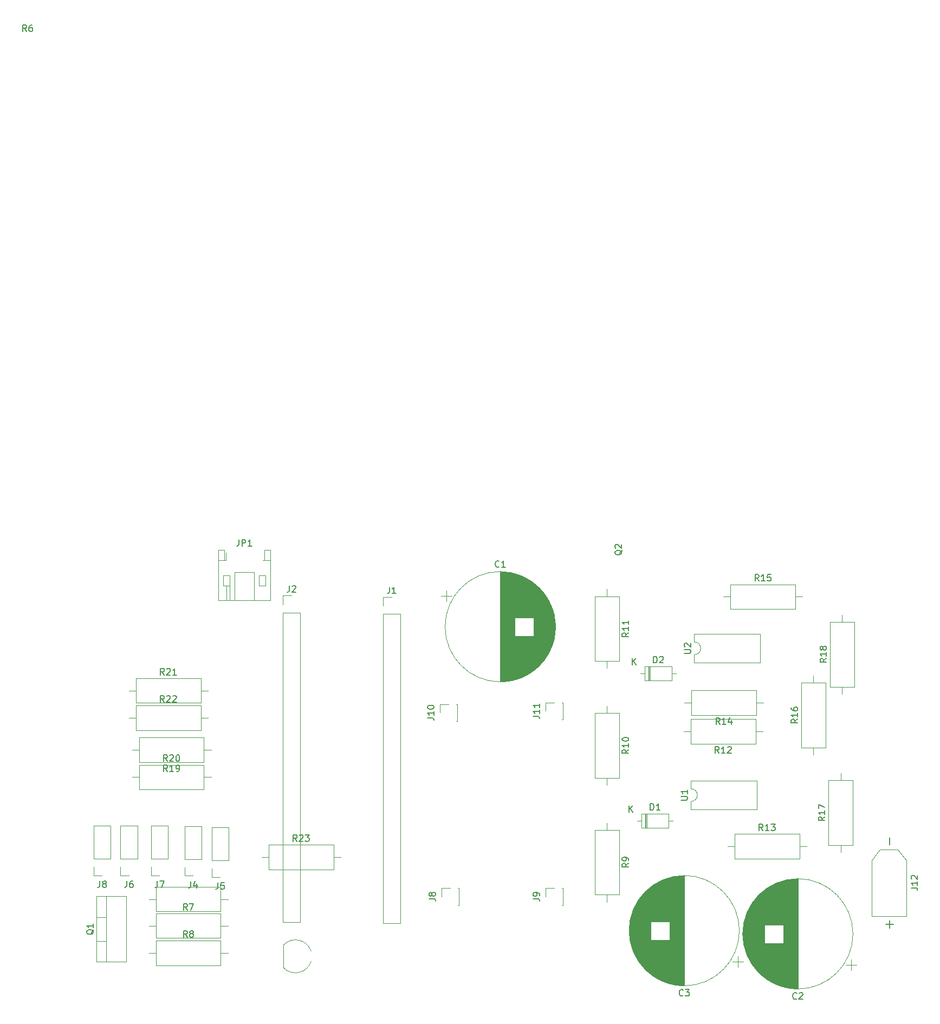
<source format=gbr>
%TF.GenerationSoftware,KiCad,Pcbnew,9.0.3*%
%TF.CreationDate,2025-08-24T00:43:17+05:30*%
%TF.ProjectId,single-layer-modules,73696e67-6c65-42d6-9c61-7965722d6d6f,rev?*%
%TF.SameCoordinates,Original*%
%TF.FileFunction,Legend,Top*%
%TF.FilePolarity,Positive*%
%FSLAX46Y46*%
G04 Gerber Fmt 4.6, Leading zero omitted, Abs format (unit mm)*
G04 Created by KiCad (PCBNEW 9.0.3) date 2025-08-24 00:43:17*
%MOMM*%
%LPD*%
G01*
G04 APERTURE LIST*
%ADD10C,0.150000*%
%ADD11C,0.120000*%
G04 APERTURE END LIST*
D10*
X112237142Y-84034819D02*
X111903809Y-83558628D01*
X111665714Y-84034819D02*
X111665714Y-83034819D01*
X111665714Y-83034819D02*
X112046666Y-83034819D01*
X112046666Y-83034819D02*
X112141904Y-83082438D01*
X112141904Y-83082438D02*
X112189523Y-83130057D01*
X112189523Y-83130057D02*
X112237142Y-83225295D01*
X112237142Y-83225295D02*
X112237142Y-83368152D01*
X112237142Y-83368152D02*
X112189523Y-83463390D01*
X112189523Y-83463390D02*
X112141904Y-83511009D01*
X112141904Y-83511009D02*
X112046666Y-83558628D01*
X112046666Y-83558628D02*
X111665714Y-83558628D01*
X112618095Y-83130057D02*
X112665714Y-83082438D01*
X112665714Y-83082438D02*
X112760952Y-83034819D01*
X112760952Y-83034819D02*
X112999047Y-83034819D01*
X112999047Y-83034819D02*
X113094285Y-83082438D01*
X113094285Y-83082438D02*
X113141904Y-83130057D01*
X113141904Y-83130057D02*
X113189523Y-83225295D01*
X113189523Y-83225295D02*
X113189523Y-83320533D01*
X113189523Y-83320533D02*
X113141904Y-83463390D01*
X113141904Y-83463390D02*
X112570476Y-84034819D01*
X112570476Y-84034819D02*
X113189523Y-84034819D01*
X113522857Y-83034819D02*
X114141904Y-83034819D01*
X114141904Y-83034819D02*
X113808571Y-83415771D01*
X113808571Y-83415771D02*
X113951428Y-83415771D01*
X113951428Y-83415771D02*
X114046666Y-83463390D01*
X114046666Y-83463390D02*
X114094285Y-83511009D01*
X114094285Y-83511009D02*
X114141904Y-83606247D01*
X114141904Y-83606247D02*
X114141904Y-83844342D01*
X114141904Y-83844342D02*
X114094285Y-83939580D01*
X114094285Y-83939580D02*
X114046666Y-83987200D01*
X114046666Y-83987200D02*
X113951428Y-84034819D01*
X113951428Y-84034819D02*
X113665714Y-84034819D01*
X113665714Y-84034819D02*
X113570476Y-83987200D01*
X113570476Y-83987200D02*
X113522857Y-83939580D01*
X103166666Y-36904819D02*
X103166666Y-37619104D01*
X103166666Y-37619104D02*
X103119047Y-37761961D01*
X103119047Y-37761961D02*
X103023809Y-37857200D01*
X103023809Y-37857200D02*
X102880952Y-37904819D01*
X102880952Y-37904819D02*
X102785714Y-37904819D01*
X103642857Y-37904819D02*
X103642857Y-36904819D01*
X103642857Y-36904819D02*
X104023809Y-36904819D01*
X104023809Y-36904819D02*
X104119047Y-36952438D01*
X104119047Y-36952438D02*
X104166666Y-37000057D01*
X104166666Y-37000057D02*
X104214285Y-37095295D01*
X104214285Y-37095295D02*
X104214285Y-37238152D01*
X104214285Y-37238152D02*
X104166666Y-37333390D01*
X104166666Y-37333390D02*
X104119047Y-37381009D01*
X104119047Y-37381009D02*
X104023809Y-37428628D01*
X104023809Y-37428628D02*
X103642857Y-37428628D01*
X105166666Y-37904819D02*
X104595238Y-37904819D01*
X104880952Y-37904819D02*
X104880952Y-36904819D01*
X104880952Y-36904819D02*
X104785714Y-37047676D01*
X104785714Y-37047676D02*
X104690476Y-37142914D01*
X104690476Y-37142914D02*
X104595238Y-37190533D01*
X143833333Y-41109580D02*
X143785714Y-41157200D01*
X143785714Y-41157200D02*
X143642857Y-41204819D01*
X143642857Y-41204819D02*
X143547619Y-41204819D01*
X143547619Y-41204819D02*
X143404762Y-41157200D01*
X143404762Y-41157200D02*
X143309524Y-41061961D01*
X143309524Y-41061961D02*
X143261905Y-40966723D01*
X143261905Y-40966723D02*
X143214286Y-40776247D01*
X143214286Y-40776247D02*
X143214286Y-40633390D01*
X143214286Y-40633390D02*
X143261905Y-40442914D01*
X143261905Y-40442914D02*
X143309524Y-40347676D01*
X143309524Y-40347676D02*
X143404762Y-40252438D01*
X143404762Y-40252438D02*
X143547619Y-40204819D01*
X143547619Y-40204819D02*
X143642857Y-40204819D01*
X143642857Y-40204819D02*
X143785714Y-40252438D01*
X143785714Y-40252438D02*
X143833333Y-40300057D01*
X144785714Y-41204819D02*
X144214286Y-41204819D01*
X144500000Y-41204819D02*
X144500000Y-40204819D01*
X144500000Y-40204819D02*
X144404762Y-40347676D01*
X144404762Y-40347676D02*
X144309524Y-40442914D01*
X144309524Y-40442914D02*
X144214286Y-40490533D01*
X95083333Y-99034819D02*
X94750000Y-98558628D01*
X94511905Y-99034819D02*
X94511905Y-98034819D01*
X94511905Y-98034819D02*
X94892857Y-98034819D01*
X94892857Y-98034819D02*
X94988095Y-98082438D01*
X94988095Y-98082438D02*
X95035714Y-98130057D01*
X95035714Y-98130057D02*
X95083333Y-98225295D01*
X95083333Y-98225295D02*
X95083333Y-98368152D01*
X95083333Y-98368152D02*
X95035714Y-98463390D01*
X95035714Y-98463390D02*
X94988095Y-98511009D01*
X94988095Y-98511009D02*
X94892857Y-98558628D01*
X94892857Y-98558628D02*
X94511905Y-98558628D01*
X95654762Y-98463390D02*
X95559524Y-98415771D01*
X95559524Y-98415771D02*
X95511905Y-98368152D01*
X95511905Y-98368152D02*
X95464286Y-98272914D01*
X95464286Y-98272914D02*
X95464286Y-98225295D01*
X95464286Y-98225295D02*
X95511905Y-98130057D01*
X95511905Y-98130057D02*
X95559524Y-98082438D01*
X95559524Y-98082438D02*
X95654762Y-98034819D01*
X95654762Y-98034819D02*
X95845238Y-98034819D01*
X95845238Y-98034819D02*
X95940476Y-98082438D01*
X95940476Y-98082438D02*
X95988095Y-98130057D01*
X95988095Y-98130057D02*
X96035714Y-98225295D01*
X96035714Y-98225295D02*
X96035714Y-98272914D01*
X96035714Y-98272914D02*
X95988095Y-98368152D01*
X95988095Y-98368152D02*
X95940476Y-98415771D01*
X95940476Y-98415771D02*
X95845238Y-98463390D01*
X95845238Y-98463390D02*
X95654762Y-98463390D01*
X95654762Y-98463390D02*
X95559524Y-98511009D01*
X95559524Y-98511009D02*
X95511905Y-98558628D01*
X95511905Y-98558628D02*
X95464286Y-98653866D01*
X95464286Y-98653866D02*
X95464286Y-98844342D01*
X95464286Y-98844342D02*
X95511905Y-98939580D01*
X95511905Y-98939580D02*
X95559524Y-98987200D01*
X95559524Y-98987200D02*
X95654762Y-99034819D01*
X95654762Y-99034819D02*
X95845238Y-99034819D01*
X95845238Y-99034819D02*
X95940476Y-98987200D01*
X95940476Y-98987200D02*
X95988095Y-98939580D01*
X95988095Y-98939580D02*
X96035714Y-98844342D01*
X96035714Y-98844342D02*
X96035714Y-98653866D01*
X96035714Y-98653866D02*
X95988095Y-98558628D01*
X95988095Y-98558628D02*
X95940476Y-98511009D01*
X95940476Y-98511009D02*
X95845238Y-98463390D01*
X95083333Y-94784819D02*
X94750000Y-94308628D01*
X94511905Y-94784819D02*
X94511905Y-93784819D01*
X94511905Y-93784819D02*
X94892857Y-93784819D01*
X94892857Y-93784819D02*
X94988095Y-93832438D01*
X94988095Y-93832438D02*
X95035714Y-93880057D01*
X95035714Y-93880057D02*
X95083333Y-93975295D01*
X95083333Y-93975295D02*
X95083333Y-94118152D01*
X95083333Y-94118152D02*
X95035714Y-94213390D01*
X95035714Y-94213390D02*
X94988095Y-94261009D01*
X94988095Y-94261009D02*
X94892857Y-94308628D01*
X94892857Y-94308628D02*
X94511905Y-94308628D01*
X95416667Y-93784819D02*
X96083333Y-93784819D01*
X96083333Y-93784819D02*
X95654762Y-94784819D01*
X69973333Y42525180D02*
X69640000Y43001371D01*
X69401905Y42525180D02*
X69401905Y43525180D01*
X69401905Y43525180D02*
X69782857Y43525180D01*
X69782857Y43525180D02*
X69878095Y43477561D01*
X69878095Y43477561D02*
X69925714Y43429942D01*
X69925714Y43429942D02*
X69973333Y43334704D01*
X69973333Y43334704D02*
X69973333Y43191847D01*
X69973333Y43191847D02*
X69925714Y43096609D01*
X69925714Y43096609D02*
X69878095Y43048990D01*
X69878095Y43048990D02*
X69782857Y43001371D01*
X69782857Y43001371D02*
X69401905Y43001371D01*
X70830476Y43525180D02*
X70640000Y43525180D01*
X70640000Y43525180D02*
X70544762Y43477561D01*
X70544762Y43477561D02*
X70497143Y43429942D01*
X70497143Y43429942D02*
X70401905Y43287085D01*
X70401905Y43287085D02*
X70354286Y43096609D01*
X70354286Y43096609D02*
X70354286Y42715657D01*
X70354286Y42715657D02*
X70401905Y42620419D01*
X70401905Y42620419D02*
X70449524Y42572800D01*
X70449524Y42572800D02*
X70544762Y42525180D01*
X70544762Y42525180D02*
X70735238Y42525180D01*
X70735238Y42525180D02*
X70830476Y42572800D01*
X70830476Y42572800D02*
X70878095Y42620419D01*
X70878095Y42620419D02*
X70925714Y42715657D01*
X70925714Y42715657D02*
X70925714Y42953752D01*
X70925714Y42953752D02*
X70878095Y43048990D01*
X70878095Y43048990D02*
X70830476Y43096609D01*
X70830476Y43096609D02*
X70735238Y43144228D01*
X70735238Y43144228D02*
X70544762Y43144228D01*
X70544762Y43144228D02*
X70449524Y43096609D01*
X70449524Y43096609D02*
X70401905Y43048990D01*
X70401905Y43048990D02*
X70354286Y42953752D01*
X80475057Y-97845238D02*
X80427438Y-97940476D01*
X80427438Y-97940476D02*
X80332200Y-98035714D01*
X80332200Y-98035714D02*
X80189342Y-98178571D01*
X80189342Y-98178571D02*
X80141723Y-98273809D01*
X80141723Y-98273809D02*
X80141723Y-98369047D01*
X80379819Y-98321428D02*
X80332200Y-98416666D01*
X80332200Y-98416666D02*
X80236961Y-98511904D01*
X80236961Y-98511904D02*
X80046485Y-98559523D01*
X80046485Y-98559523D02*
X79713152Y-98559523D01*
X79713152Y-98559523D02*
X79522676Y-98511904D01*
X79522676Y-98511904D02*
X79427438Y-98416666D01*
X79427438Y-98416666D02*
X79379819Y-98321428D01*
X79379819Y-98321428D02*
X79379819Y-98130952D01*
X79379819Y-98130952D02*
X79427438Y-98035714D01*
X79427438Y-98035714D02*
X79522676Y-97940476D01*
X79522676Y-97940476D02*
X79713152Y-97892857D01*
X79713152Y-97892857D02*
X80046485Y-97892857D01*
X80046485Y-97892857D02*
X80236961Y-97940476D01*
X80236961Y-97940476D02*
X80332200Y-98035714D01*
X80332200Y-98035714D02*
X80379819Y-98130952D01*
X80379819Y-98130952D02*
X80379819Y-98321428D01*
X80379819Y-96940476D02*
X80379819Y-97511904D01*
X80379819Y-97226190D02*
X79379819Y-97226190D01*
X79379819Y-97226190D02*
X79522676Y-97321428D01*
X79522676Y-97321428D02*
X79617914Y-97416666D01*
X79617914Y-97416666D02*
X79665533Y-97511904D01*
X91487142Y-58034819D02*
X91153809Y-57558628D01*
X90915714Y-58034819D02*
X90915714Y-57034819D01*
X90915714Y-57034819D02*
X91296666Y-57034819D01*
X91296666Y-57034819D02*
X91391904Y-57082438D01*
X91391904Y-57082438D02*
X91439523Y-57130057D01*
X91439523Y-57130057D02*
X91487142Y-57225295D01*
X91487142Y-57225295D02*
X91487142Y-57368152D01*
X91487142Y-57368152D02*
X91439523Y-57463390D01*
X91439523Y-57463390D02*
X91391904Y-57511009D01*
X91391904Y-57511009D02*
X91296666Y-57558628D01*
X91296666Y-57558628D02*
X90915714Y-57558628D01*
X91868095Y-57130057D02*
X91915714Y-57082438D01*
X91915714Y-57082438D02*
X92010952Y-57034819D01*
X92010952Y-57034819D02*
X92249047Y-57034819D01*
X92249047Y-57034819D02*
X92344285Y-57082438D01*
X92344285Y-57082438D02*
X92391904Y-57130057D01*
X92391904Y-57130057D02*
X92439523Y-57225295D01*
X92439523Y-57225295D02*
X92439523Y-57320533D01*
X92439523Y-57320533D02*
X92391904Y-57463390D01*
X92391904Y-57463390D02*
X91820476Y-58034819D01*
X91820476Y-58034819D02*
X92439523Y-58034819D01*
X93391904Y-58034819D02*
X92820476Y-58034819D01*
X93106190Y-58034819D02*
X93106190Y-57034819D01*
X93106190Y-57034819D02*
X93010952Y-57177676D01*
X93010952Y-57177676D02*
X92915714Y-57272914D01*
X92915714Y-57272914D02*
X92820476Y-57320533D01*
X91487142Y-62284819D02*
X91153809Y-61808628D01*
X90915714Y-62284819D02*
X90915714Y-61284819D01*
X90915714Y-61284819D02*
X91296666Y-61284819D01*
X91296666Y-61284819D02*
X91391904Y-61332438D01*
X91391904Y-61332438D02*
X91439523Y-61380057D01*
X91439523Y-61380057D02*
X91487142Y-61475295D01*
X91487142Y-61475295D02*
X91487142Y-61618152D01*
X91487142Y-61618152D02*
X91439523Y-61713390D01*
X91439523Y-61713390D02*
X91391904Y-61761009D01*
X91391904Y-61761009D02*
X91296666Y-61808628D01*
X91296666Y-61808628D02*
X90915714Y-61808628D01*
X91868095Y-61380057D02*
X91915714Y-61332438D01*
X91915714Y-61332438D02*
X92010952Y-61284819D01*
X92010952Y-61284819D02*
X92249047Y-61284819D01*
X92249047Y-61284819D02*
X92344285Y-61332438D01*
X92344285Y-61332438D02*
X92391904Y-61380057D01*
X92391904Y-61380057D02*
X92439523Y-61475295D01*
X92439523Y-61475295D02*
X92439523Y-61570533D01*
X92439523Y-61570533D02*
X92391904Y-61713390D01*
X92391904Y-61713390D02*
X91820476Y-62284819D01*
X91820476Y-62284819D02*
X92439523Y-62284819D01*
X92820476Y-61380057D02*
X92868095Y-61332438D01*
X92868095Y-61332438D02*
X92963333Y-61284819D01*
X92963333Y-61284819D02*
X93201428Y-61284819D01*
X93201428Y-61284819D02*
X93296666Y-61332438D01*
X93296666Y-61332438D02*
X93344285Y-61380057D01*
X93344285Y-61380057D02*
X93391904Y-61475295D01*
X93391904Y-61475295D02*
X93391904Y-61570533D01*
X93391904Y-61570533D02*
X93344285Y-61713390D01*
X93344285Y-61713390D02*
X92772857Y-62284819D01*
X92772857Y-62284819D02*
X93391904Y-62284819D01*
X167951905Y-56154285D02*
X167951905Y-55154285D01*
X167951905Y-55154285D02*
X168190000Y-55154285D01*
X168190000Y-55154285D02*
X168332857Y-55201904D01*
X168332857Y-55201904D02*
X168428095Y-55297142D01*
X168428095Y-55297142D02*
X168475714Y-55392380D01*
X168475714Y-55392380D02*
X168523333Y-55582856D01*
X168523333Y-55582856D02*
X168523333Y-55725713D01*
X168523333Y-55725713D02*
X168475714Y-55916189D01*
X168475714Y-55916189D02*
X168428095Y-56011427D01*
X168428095Y-56011427D02*
X168332857Y-56106666D01*
X168332857Y-56106666D02*
X168190000Y-56154285D01*
X168190000Y-56154285D02*
X167951905Y-56154285D01*
X168904286Y-55249523D02*
X168951905Y-55201904D01*
X168951905Y-55201904D02*
X169047143Y-55154285D01*
X169047143Y-55154285D02*
X169285238Y-55154285D01*
X169285238Y-55154285D02*
X169380476Y-55201904D01*
X169380476Y-55201904D02*
X169428095Y-55249523D01*
X169428095Y-55249523D02*
X169475714Y-55344761D01*
X169475714Y-55344761D02*
X169475714Y-55439999D01*
X169475714Y-55439999D02*
X169428095Y-55582856D01*
X169428095Y-55582856D02*
X168856667Y-56154285D01*
X168856667Y-56154285D02*
X169475714Y-56154285D01*
X164618095Y-56474285D02*
X164618095Y-55474285D01*
X165189523Y-56474285D02*
X164760952Y-55902856D01*
X165189523Y-55474285D02*
X164618095Y-56045713D01*
X190333333Y-108609580D02*
X190285714Y-108657200D01*
X190285714Y-108657200D02*
X190142857Y-108704819D01*
X190142857Y-108704819D02*
X190047619Y-108704819D01*
X190047619Y-108704819D02*
X189904762Y-108657200D01*
X189904762Y-108657200D02*
X189809524Y-108561961D01*
X189809524Y-108561961D02*
X189761905Y-108466723D01*
X189761905Y-108466723D02*
X189714286Y-108276247D01*
X189714286Y-108276247D02*
X189714286Y-108133390D01*
X189714286Y-108133390D02*
X189761905Y-107942914D01*
X189761905Y-107942914D02*
X189809524Y-107847676D01*
X189809524Y-107847676D02*
X189904762Y-107752438D01*
X189904762Y-107752438D02*
X190047619Y-107704819D01*
X190047619Y-107704819D02*
X190142857Y-107704819D01*
X190142857Y-107704819D02*
X190285714Y-107752438D01*
X190285714Y-107752438D02*
X190333333Y-107800057D01*
X190714286Y-107800057D02*
X190761905Y-107752438D01*
X190761905Y-107752438D02*
X190857143Y-107704819D01*
X190857143Y-107704819D02*
X191095238Y-107704819D01*
X191095238Y-107704819D02*
X191190476Y-107752438D01*
X191190476Y-107752438D02*
X191238095Y-107800057D01*
X191238095Y-107800057D02*
X191285714Y-107895295D01*
X191285714Y-107895295D02*
X191285714Y-107990533D01*
X191285714Y-107990533D02*
X191238095Y-108133390D01*
X191238095Y-108133390D02*
X190666667Y-108704819D01*
X190666667Y-108704819D02*
X191285714Y-108704819D01*
X172583333Y-108109580D02*
X172535714Y-108157200D01*
X172535714Y-108157200D02*
X172392857Y-108204819D01*
X172392857Y-108204819D02*
X172297619Y-108204819D01*
X172297619Y-108204819D02*
X172154762Y-108157200D01*
X172154762Y-108157200D02*
X172059524Y-108061961D01*
X172059524Y-108061961D02*
X172011905Y-107966723D01*
X172011905Y-107966723D02*
X171964286Y-107776247D01*
X171964286Y-107776247D02*
X171964286Y-107633390D01*
X171964286Y-107633390D02*
X172011905Y-107442914D01*
X172011905Y-107442914D02*
X172059524Y-107347676D01*
X172059524Y-107347676D02*
X172154762Y-107252438D01*
X172154762Y-107252438D02*
X172297619Y-107204819D01*
X172297619Y-107204819D02*
X172392857Y-107204819D01*
X172392857Y-107204819D02*
X172535714Y-107252438D01*
X172535714Y-107252438D02*
X172583333Y-107300057D01*
X172916667Y-107204819D02*
X173535714Y-107204819D01*
X173535714Y-107204819D02*
X173202381Y-107585771D01*
X173202381Y-107585771D02*
X173345238Y-107585771D01*
X173345238Y-107585771D02*
X173440476Y-107633390D01*
X173440476Y-107633390D02*
X173488095Y-107681009D01*
X173488095Y-107681009D02*
X173535714Y-107776247D01*
X173535714Y-107776247D02*
X173535714Y-108014342D01*
X173535714Y-108014342D02*
X173488095Y-108109580D01*
X173488095Y-108109580D02*
X173440476Y-108157200D01*
X173440476Y-108157200D02*
X173345238Y-108204819D01*
X173345238Y-108204819D02*
X173059524Y-108204819D01*
X173059524Y-108204819D02*
X172964286Y-108157200D01*
X172964286Y-108157200D02*
X172916667Y-108109580D01*
X167451905Y-79154285D02*
X167451905Y-78154285D01*
X167451905Y-78154285D02*
X167690000Y-78154285D01*
X167690000Y-78154285D02*
X167832857Y-78201904D01*
X167832857Y-78201904D02*
X167928095Y-78297142D01*
X167928095Y-78297142D02*
X167975714Y-78392380D01*
X167975714Y-78392380D02*
X168023333Y-78582856D01*
X168023333Y-78582856D02*
X168023333Y-78725713D01*
X168023333Y-78725713D02*
X167975714Y-78916189D01*
X167975714Y-78916189D02*
X167928095Y-79011427D01*
X167928095Y-79011427D02*
X167832857Y-79106666D01*
X167832857Y-79106666D02*
X167690000Y-79154285D01*
X167690000Y-79154285D02*
X167451905Y-79154285D01*
X168975714Y-79154285D02*
X168404286Y-79154285D01*
X168690000Y-79154285D02*
X168690000Y-78154285D01*
X168690000Y-78154285D02*
X168594762Y-78297142D01*
X168594762Y-78297142D02*
X168499524Y-78392380D01*
X168499524Y-78392380D02*
X168404286Y-78439999D01*
X164118095Y-79474285D02*
X164118095Y-78474285D01*
X164689523Y-79474285D02*
X164260952Y-78902856D01*
X164689523Y-78474285D02*
X164118095Y-79045713D01*
X178197142Y-70254285D02*
X177863809Y-69778094D01*
X177625714Y-70254285D02*
X177625714Y-69254285D01*
X177625714Y-69254285D02*
X178006666Y-69254285D01*
X178006666Y-69254285D02*
X178101904Y-69301904D01*
X178101904Y-69301904D02*
X178149523Y-69349523D01*
X178149523Y-69349523D02*
X178197142Y-69444761D01*
X178197142Y-69444761D02*
X178197142Y-69587618D01*
X178197142Y-69587618D02*
X178149523Y-69682856D01*
X178149523Y-69682856D02*
X178101904Y-69730475D01*
X178101904Y-69730475D02*
X178006666Y-69778094D01*
X178006666Y-69778094D02*
X177625714Y-69778094D01*
X179149523Y-70254285D02*
X178578095Y-70254285D01*
X178863809Y-70254285D02*
X178863809Y-69254285D01*
X178863809Y-69254285D02*
X178768571Y-69397142D01*
X178768571Y-69397142D02*
X178673333Y-69492380D01*
X178673333Y-69492380D02*
X178578095Y-69539999D01*
X179530476Y-69349523D02*
X179578095Y-69301904D01*
X179578095Y-69301904D02*
X179673333Y-69254285D01*
X179673333Y-69254285D02*
X179911428Y-69254285D01*
X179911428Y-69254285D02*
X180006666Y-69301904D01*
X180006666Y-69301904D02*
X180054285Y-69349523D01*
X180054285Y-69349523D02*
X180101904Y-69444761D01*
X180101904Y-69444761D02*
X180101904Y-69539999D01*
X180101904Y-69539999D02*
X180054285Y-69682856D01*
X180054285Y-69682856D02*
X179482857Y-70254285D01*
X179482857Y-70254285D02*
X180101904Y-70254285D01*
X190474819Y-64962323D02*
X189998628Y-65295656D01*
X190474819Y-65533751D02*
X189474819Y-65533751D01*
X189474819Y-65533751D02*
X189474819Y-65152799D01*
X189474819Y-65152799D02*
X189522438Y-65057561D01*
X189522438Y-65057561D02*
X189570057Y-65009942D01*
X189570057Y-65009942D02*
X189665295Y-64962323D01*
X189665295Y-64962323D02*
X189808152Y-64962323D01*
X189808152Y-64962323D02*
X189903390Y-65009942D01*
X189903390Y-65009942D02*
X189951009Y-65057561D01*
X189951009Y-65057561D02*
X189998628Y-65152799D01*
X189998628Y-65152799D02*
X189998628Y-65533751D01*
X190474819Y-64009942D02*
X190474819Y-64581370D01*
X190474819Y-64295656D02*
X189474819Y-64295656D01*
X189474819Y-64295656D02*
X189617676Y-64390894D01*
X189617676Y-64390894D02*
X189712914Y-64486132D01*
X189712914Y-64486132D02*
X189760533Y-64581370D01*
X189474819Y-63152799D02*
X189474819Y-63343275D01*
X189474819Y-63343275D02*
X189522438Y-63438513D01*
X189522438Y-63438513D02*
X189570057Y-63486132D01*
X189570057Y-63486132D02*
X189712914Y-63581370D01*
X189712914Y-63581370D02*
X189903390Y-63628989D01*
X189903390Y-63628989D02*
X190284342Y-63628989D01*
X190284342Y-63628989D02*
X190379580Y-63581370D01*
X190379580Y-63581370D02*
X190427200Y-63533751D01*
X190427200Y-63533751D02*
X190474819Y-63438513D01*
X190474819Y-63438513D02*
X190474819Y-63248037D01*
X190474819Y-63248037D02*
X190427200Y-63152799D01*
X190427200Y-63152799D02*
X190379580Y-63105180D01*
X190379580Y-63105180D02*
X190284342Y-63057561D01*
X190284342Y-63057561D02*
X190046247Y-63057561D01*
X190046247Y-63057561D02*
X189951009Y-63105180D01*
X189951009Y-63105180D02*
X189903390Y-63152799D01*
X189903390Y-63152799D02*
X189855771Y-63248037D01*
X189855771Y-63248037D02*
X189855771Y-63438513D01*
X189855771Y-63438513D02*
X189903390Y-63533751D01*
X189903390Y-63533751D02*
X189951009Y-63581370D01*
X189951009Y-63581370D02*
X190046247Y-63628989D01*
X185047142Y-82354285D02*
X184713809Y-81878094D01*
X184475714Y-82354285D02*
X184475714Y-81354285D01*
X184475714Y-81354285D02*
X184856666Y-81354285D01*
X184856666Y-81354285D02*
X184951904Y-81401904D01*
X184951904Y-81401904D02*
X184999523Y-81449523D01*
X184999523Y-81449523D02*
X185047142Y-81544761D01*
X185047142Y-81544761D02*
X185047142Y-81687618D01*
X185047142Y-81687618D02*
X184999523Y-81782856D01*
X184999523Y-81782856D02*
X184951904Y-81830475D01*
X184951904Y-81830475D02*
X184856666Y-81878094D01*
X184856666Y-81878094D02*
X184475714Y-81878094D01*
X185999523Y-82354285D02*
X185428095Y-82354285D01*
X185713809Y-82354285D02*
X185713809Y-81354285D01*
X185713809Y-81354285D02*
X185618571Y-81497142D01*
X185618571Y-81497142D02*
X185523333Y-81592380D01*
X185523333Y-81592380D02*
X185428095Y-81639999D01*
X186332857Y-81354285D02*
X186951904Y-81354285D01*
X186951904Y-81354285D02*
X186618571Y-81735237D01*
X186618571Y-81735237D02*
X186761428Y-81735237D01*
X186761428Y-81735237D02*
X186856666Y-81782856D01*
X186856666Y-81782856D02*
X186904285Y-81830475D01*
X186904285Y-81830475D02*
X186951904Y-81925713D01*
X186951904Y-81925713D02*
X186951904Y-82163808D01*
X186951904Y-82163808D02*
X186904285Y-82259046D01*
X186904285Y-82259046D02*
X186856666Y-82306666D01*
X186856666Y-82306666D02*
X186761428Y-82354285D01*
X186761428Y-82354285D02*
X186475714Y-82354285D01*
X186475714Y-82354285D02*
X186380476Y-82306666D01*
X186380476Y-82306666D02*
X186332857Y-82259046D01*
X178317142Y-65754285D02*
X177983809Y-65278094D01*
X177745714Y-65754285D02*
X177745714Y-64754285D01*
X177745714Y-64754285D02*
X178126666Y-64754285D01*
X178126666Y-64754285D02*
X178221904Y-64801904D01*
X178221904Y-64801904D02*
X178269523Y-64849523D01*
X178269523Y-64849523D02*
X178317142Y-64944761D01*
X178317142Y-64944761D02*
X178317142Y-65087618D01*
X178317142Y-65087618D02*
X178269523Y-65182856D01*
X178269523Y-65182856D02*
X178221904Y-65230475D01*
X178221904Y-65230475D02*
X178126666Y-65278094D01*
X178126666Y-65278094D02*
X177745714Y-65278094D01*
X179269523Y-65754285D02*
X178698095Y-65754285D01*
X178983809Y-65754285D02*
X178983809Y-64754285D01*
X178983809Y-64754285D02*
X178888571Y-64897142D01*
X178888571Y-64897142D02*
X178793333Y-64992380D01*
X178793333Y-64992380D02*
X178698095Y-65039999D01*
X180126666Y-65087618D02*
X180126666Y-65754285D01*
X179888571Y-64706666D02*
X179650476Y-65420951D01*
X179650476Y-65420951D02*
X180269523Y-65420951D01*
X164064819Y-51462323D02*
X163588628Y-51795656D01*
X164064819Y-52033751D02*
X163064819Y-52033751D01*
X163064819Y-52033751D02*
X163064819Y-51652799D01*
X163064819Y-51652799D02*
X163112438Y-51557561D01*
X163112438Y-51557561D02*
X163160057Y-51509942D01*
X163160057Y-51509942D02*
X163255295Y-51462323D01*
X163255295Y-51462323D02*
X163398152Y-51462323D01*
X163398152Y-51462323D02*
X163493390Y-51509942D01*
X163493390Y-51509942D02*
X163541009Y-51557561D01*
X163541009Y-51557561D02*
X163588628Y-51652799D01*
X163588628Y-51652799D02*
X163588628Y-52033751D01*
X164064819Y-50509942D02*
X164064819Y-51081370D01*
X164064819Y-50795656D02*
X163064819Y-50795656D01*
X163064819Y-50795656D02*
X163207676Y-50890894D01*
X163207676Y-50890894D02*
X163302914Y-50986132D01*
X163302914Y-50986132D02*
X163350533Y-51081370D01*
X164064819Y-49557561D02*
X164064819Y-50128989D01*
X164064819Y-49843275D02*
X163064819Y-49843275D01*
X163064819Y-49843275D02*
X163207676Y-49938513D01*
X163207676Y-49938513D02*
X163302914Y-50033751D01*
X163302914Y-50033751D02*
X163350533Y-50128989D01*
X164064819Y-69712323D02*
X163588628Y-70045656D01*
X164064819Y-70283751D02*
X163064819Y-70283751D01*
X163064819Y-70283751D02*
X163064819Y-69902799D01*
X163064819Y-69902799D02*
X163112438Y-69807561D01*
X163112438Y-69807561D02*
X163160057Y-69759942D01*
X163160057Y-69759942D02*
X163255295Y-69712323D01*
X163255295Y-69712323D02*
X163398152Y-69712323D01*
X163398152Y-69712323D02*
X163493390Y-69759942D01*
X163493390Y-69759942D02*
X163541009Y-69807561D01*
X163541009Y-69807561D02*
X163588628Y-69902799D01*
X163588628Y-69902799D02*
X163588628Y-70283751D01*
X164064819Y-68759942D02*
X164064819Y-69331370D01*
X164064819Y-69045656D02*
X163064819Y-69045656D01*
X163064819Y-69045656D02*
X163207676Y-69140894D01*
X163207676Y-69140894D02*
X163302914Y-69236132D01*
X163302914Y-69236132D02*
X163350533Y-69331370D01*
X163064819Y-68140894D02*
X163064819Y-68045656D01*
X163064819Y-68045656D02*
X163112438Y-67950418D01*
X163112438Y-67950418D02*
X163160057Y-67902799D01*
X163160057Y-67902799D02*
X163255295Y-67855180D01*
X163255295Y-67855180D02*
X163445771Y-67807561D01*
X163445771Y-67807561D02*
X163683866Y-67807561D01*
X163683866Y-67807561D02*
X163874342Y-67855180D01*
X163874342Y-67855180D02*
X163969580Y-67902799D01*
X163969580Y-67902799D02*
X164017200Y-67950418D01*
X164017200Y-67950418D02*
X164064819Y-68045656D01*
X164064819Y-68045656D02*
X164064819Y-68140894D01*
X164064819Y-68140894D02*
X164017200Y-68236132D01*
X164017200Y-68236132D02*
X163969580Y-68283751D01*
X163969580Y-68283751D02*
X163874342Y-68331370D01*
X163874342Y-68331370D02*
X163683866Y-68378989D01*
X163683866Y-68378989D02*
X163445771Y-68378989D01*
X163445771Y-68378989D02*
X163255295Y-68331370D01*
X163255295Y-68331370D02*
X163160057Y-68283751D01*
X163160057Y-68283751D02*
X163112438Y-68236132D01*
X163112438Y-68236132D02*
X163064819Y-68140894D01*
X184417142Y-43354285D02*
X184083809Y-42878094D01*
X183845714Y-43354285D02*
X183845714Y-42354285D01*
X183845714Y-42354285D02*
X184226666Y-42354285D01*
X184226666Y-42354285D02*
X184321904Y-42401904D01*
X184321904Y-42401904D02*
X184369523Y-42449523D01*
X184369523Y-42449523D02*
X184417142Y-42544761D01*
X184417142Y-42544761D02*
X184417142Y-42687618D01*
X184417142Y-42687618D02*
X184369523Y-42782856D01*
X184369523Y-42782856D02*
X184321904Y-42830475D01*
X184321904Y-42830475D02*
X184226666Y-42878094D01*
X184226666Y-42878094D02*
X183845714Y-42878094D01*
X185369523Y-43354285D02*
X184798095Y-43354285D01*
X185083809Y-43354285D02*
X185083809Y-42354285D01*
X185083809Y-42354285D02*
X184988571Y-42497142D01*
X184988571Y-42497142D02*
X184893333Y-42592380D01*
X184893333Y-42592380D02*
X184798095Y-42639999D01*
X186274285Y-42354285D02*
X185798095Y-42354285D01*
X185798095Y-42354285D02*
X185750476Y-42830475D01*
X185750476Y-42830475D02*
X185798095Y-42782856D01*
X185798095Y-42782856D02*
X185893333Y-42735237D01*
X185893333Y-42735237D02*
X186131428Y-42735237D01*
X186131428Y-42735237D02*
X186226666Y-42782856D01*
X186226666Y-42782856D02*
X186274285Y-42830475D01*
X186274285Y-42830475D02*
X186321904Y-42925713D01*
X186321904Y-42925713D02*
X186321904Y-43163808D01*
X186321904Y-43163808D02*
X186274285Y-43259046D01*
X186274285Y-43259046D02*
X186226666Y-43306666D01*
X186226666Y-43306666D02*
X186131428Y-43354285D01*
X186131428Y-43354285D02*
X185893333Y-43354285D01*
X185893333Y-43354285D02*
X185798095Y-43306666D01*
X185798095Y-43306666D02*
X185750476Y-43259046D01*
X172254819Y-77581370D02*
X173064342Y-77581370D01*
X173064342Y-77581370D02*
X173159580Y-77533751D01*
X173159580Y-77533751D02*
X173207200Y-77486132D01*
X173207200Y-77486132D02*
X173254819Y-77390894D01*
X173254819Y-77390894D02*
X173254819Y-77200418D01*
X173254819Y-77200418D02*
X173207200Y-77105180D01*
X173207200Y-77105180D02*
X173159580Y-77057561D01*
X173159580Y-77057561D02*
X173064342Y-77009942D01*
X173064342Y-77009942D02*
X172254819Y-77009942D01*
X173254819Y-76009942D02*
X173254819Y-76581370D01*
X173254819Y-76295656D02*
X172254819Y-76295656D01*
X172254819Y-76295656D02*
X172397676Y-76390894D01*
X172397676Y-76390894D02*
X172492914Y-76486132D01*
X172492914Y-76486132D02*
X172540533Y-76581370D01*
X194974819Y-55462323D02*
X194498628Y-55795656D01*
X194974819Y-56033751D02*
X193974819Y-56033751D01*
X193974819Y-56033751D02*
X193974819Y-55652799D01*
X193974819Y-55652799D02*
X194022438Y-55557561D01*
X194022438Y-55557561D02*
X194070057Y-55509942D01*
X194070057Y-55509942D02*
X194165295Y-55462323D01*
X194165295Y-55462323D02*
X194308152Y-55462323D01*
X194308152Y-55462323D02*
X194403390Y-55509942D01*
X194403390Y-55509942D02*
X194451009Y-55557561D01*
X194451009Y-55557561D02*
X194498628Y-55652799D01*
X194498628Y-55652799D02*
X194498628Y-56033751D01*
X194974819Y-54509942D02*
X194974819Y-55081370D01*
X194974819Y-54795656D02*
X193974819Y-54795656D01*
X193974819Y-54795656D02*
X194117676Y-54890894D01*
X194117676Y-54890894D02*
X194212914Y-54986132D01*
X194212914Y-54986132D02*
X194260533Y-55081370D01*
X194403390Y-53938513D02*
X194355771Y-54033751D01*
X194355771Y-54033751D02*
X194308152Y-54081370D01*
X194308152Y-54081370D02*
X194212914Y-54128989D01*
X194212914Y-54128989D02*
X194165295Y-54128989D01*
X194165295Y-54128989D02*
X194070057Y-54081370D01*
X194070057Y-54081370D02*
X194022438Y-54033751D01*
X194022438Y-54033751D02*
X193974819Y-53938513D01*
X193974819Y-53938513D02*
X193974819Y-53748037D01*
X193974819Y-53748037D02*
X194022438Y-53652799D01*
X194022438Y-53652799D02*
X194070057Y-53605180D01*
X194070057Y-53605180D02*
X194165295Y-53557561D01*
X194165295Y-53557561D02*
X194212914Y-53557561D01*
X194212914Y-53557561D02*
X194308152Y-53605180D01*
X194308152Y-53605180D02*
X194355771Y-53652799D01*
X194355771Y-53652799D02*
X194403390Y-53748037D01*
X194403390Y-53748037D02*
X194403390Y-53938513D01*
X194403390Y-53938513D02*
X194451009Y-54033751D01*
X194451009Y-54033751D02*
X194498628Y-54081370D01*
X194498628Y-54081370D02*
X194593866Y-54128989D01*
X194593866Y-54128989D02*
X194784342Y-54128989D01*
X194784342Y-54128989D02*
X194879580Y-54081370D01*
X194879580Y-54081370D02*
X194927200Y-54033751D01*
X194927200Y-54033751D02*
X194974819Y-53938513D01*
X194974819Y-53938513D02*
X194974819Y-53748037D01*
X194974819Y-53748037D02*
X194927200Y-53652799D01*
X194927200Y-53652799D02*
X194879580Y-53605180D01*
X194879580Y-53605180D02*
X194784342Y-53557561D01*
X194784342Y-53557561D02*
X194593866Y-53557561D01*
X194593866Y-53557561D02*
X194498628Y-53605180D01*
X194498628Y-53605180D02*
X194451009Y-53652799D01*
X194451009Y-53652799D02*
X194403390Y-53748037D01*
X194724819Y-80212323D02*
X194248628Y-80545656D01*
X194724819Y-80783751D02*
X193724819Y-80783751D01*
X193724819Y-80783751D02*
X193724819Y-80402799D01*
X193724819Y-80402799D02*
X193772438Y-80307561D01*
X193772438Y-80307561D02*
X193820057Y-80259942D01*
X193820057Y-80259942D02*
X193915295Y-80212323D01*
X193915295Y-80212323D02*
X194058152Y-80212323D01*
X194058152Y-80212323D02*
X194153390Y-80259942D01*
X194153390Y-80259942D02*
X194201009Y-80307561D01*
X194201009Y-80307561D02*
X194248628Y-80402799D01*
X194248628Y-80402799D02*
X194248628Y-80783751D01*
X194724819Y-79259942D02*
X194724819Y-79831370D01*
X194724819Y-79545656D02*
X193724819Y-79545656D01*
X193724819Y-79545656D02*
X193867676Y-79640894D01*
X193867676Y-79640894D02*
X193962914Y-79736132D01*
X193962914Y-79736132D02*
X194010533Y-79831370D01*
X193724819Y-78926608D02*
X193724819Y-78259942D01*
X193724819Y-78259942D02*
X194724819Y-78688513D01*
X172774819Y-54641370D02*
X173584342Y-54641370D01*
X173584342Y-54641370D02*
X173679580Y-54593751D01*
X173679580Y-54593751D02*
X173727200Y-54546132D01*
X173727200Y-54546132D02*
X173774819Y-54450894D01*
X173774819Y-54450894D02*
X173774819Y-54260418D01*
X173774819Y-54260418D02*
X173727200Y-54165180D01*
X173727200Y-54165180D02*
X173679580Y-54117561D01*
X173679580Y-54117561D02*
X173584342Y-54069942D01*
X173584342Y-54069942D02*
X172774819Y-54069942D01*
X172870057Y-53641370D02*
X172822438Y-53593751D01*
X172822438Y-53593751D02*
X172774819Y-53498513D01*
X172774819Y-53498513D02*
X172774819Y-53260418D01*
X172774819Y-53260418D02*
X172822438Y-53165180D01*
X172822438Y-53165180D02*
X172870057Y-53117561D01*
X172870057Y-53117561D02*
X172965295Y-53069942D01*
X172965295Y-53069942D02*
X173060533Y-53069942D01*
X173060533Y-53069942D02*
X173203390Y-53117561D01*
X173203390Y-53117561D02*
X173774819Y-53688989D01*
X173774819Y-53688989D02*
X173774819Y-53069942D01*
X208204819Y-91309523D02*
X208919104Y-91309523D01*
X208919104Y-91309523D02*
X209061961Y-91357142D01*
X209061961Y-91357142D02*
X209157200Y-91452380D01*
X209157200Y-91452380D02*
X209204819Y-91595237D01*
X209204819Y-91595237D02*
X209204819Y-91690475D01*
X209204819Y-90309523D02*
X209204819Y-90880951D01*
X209204819Y-90595237D02*
X208204819Y-90595237D01*
X208204819Y-90595237D02*
X208347676Y-90690475D01*
X208347676Y-90690475D02*
X208442914Y-90785713D01*
X208442914Y-90785713D02*
X208490533Y-90880951D01*
X208300057Y-89928570D02*
X208252438Y-89880951D01*
X208252438Y-89880951D02*
X208204819Y-89785713D01*
X208204819Y-89785713D02*
X208204819Y-89547618D01*
X208204819Y-89547618D02*
X208252438Y-89452380D01*
X208252438Y-89452380D02*
X208300057Y-89404761D01*
X208300057Y-89404761D02*
X208395295Y-89357142D01*
X208395295Y-89357142D02*
X208490533Y-89357142D01*
X208490533Y-89357142D02*
X208633390Y-89404761D01*
X208633390Y-89404761D02*
X209204819Y-89976189D01*
X209204819Y-89976189D02*
X209204819Y-89357142D01*
X204864700Y-97571428D02*
X204864700Y-96428571D01*
X205436128Y-96999999D02*
X204293271Y-96999999D01*
X204864700Y-84571428D02*
X204864700Y-83428571D01*
X91987142Y-71534819D02*
X91653809Y-71058628D01*
X91415714Y-71534819D02*
X91415714Y-70534819D01*
X91415714Y-70534819D02*
X91796666Y-70534819D01*
X91796666Y-70534819D02*
X91891904Y-70582438D01*
X91891904Y-70582438D02*
X91939523Y-70630057D01*
X91939523Y-70630057D02*
X91987142Y-70725295D01*
X91987142Y-70725295D02*
X91987142Y-70868152D01*
X91987142Y-70868152D02*
X91939523Y-70963390D01*
X91939523Y-70963390D02*
X91891904Y-71011009D01*
X91891904Y-71011009D02*
X91796666Y-71058628D01*
X91796666Y-71058628D02*
X91415714Y-71058628D01*
X92368095Y-70630057D02*
X92415714Y-70582438D01*
X92415714Y-70582438D02*
X92510952Y-70534819D01*
X92510952Y-70534819D02*
X92749047Y-70534819D01*
X92749047Y-70534819D02*
X92844285Y-70582438D01*
X92844285Y-70582438D02*
X92891904Y-70630057D01*
X92891904Y-70630057D02*
X92939523Y-70725295D01*
X92939523Y-70725295D02*
X92939523Y-70820533D01*
X92939523Y-70820533D02*
X92891904Y-70963390D01*
X92891904Y-70963390D02*
X92320476Y-71534819D01*
X92320476Y-71534819D02*
X92939523Y-71534819D01*
X93558571Y-70534819D02*
X93653809Y-70534819D01*
X93653809Y-70534819D02*
X93749047Y-70582438D01*
X93749047Y-70582438D02*
X93796666Y-70630057D01*
X93796666Y-70630057D02*
X93844285Y-70725295D01*
X93844285Y-70725295D02*
X93891904Y-70915771D01*
X93891904Y-70915771D02*
X93891904Y-71153866D01*
X93891904Y-71153866D02*
X93844285Y-71344342D01*
X93844285Y-71344342D02*
X93796666Y-71439580D01*
X93796666Y-71439580D02*
X93749047Y-71487200D01*
X93749047Y-71487200D02*
X93653809Y-71534819D01*
X93653809Y-71534819D02*
X93558571Y-71534819D01*
X93558571Y-71534819D02*
X93463333Y-71487200D01*
X93463333Y-71487200D02*
X93415714Y-71439580D01*
X93415714Y-71439580D02*
X93368095Y-71344342D01*
X93368095Y-71344342D02*
X93320476Y-71153866D01*
X93320476Y-71153866D02*
X93320476Y-70915771D01*
X93320476Y-70915771D02*
X93368095Y-70725295D01*
X93368095Y-70725295D02*
X93415714Y-70630057D01*
X93415714Y-70630057D02*
X93463333Y-70582438D01*
X93463333Y-70582438D02*
X93558571Y-70534819D01*
X91987142Y-73124819D02*
X91653809Y-72648628D01*
X91415714Y-73124819D02*
X91415714Y-72124819D01*
X91415714Y-72124819D02*
X91796666Y-72124819D01*
X91796666Y-72124819D02*
X91891904Y-72172438D01*
X91891904Y-72172438D02*
X91939523Y-72220057D01*
X91939523Y-72220057D02*
X91987142Y-72315295D01*
X91987142Y-72315295D02*
X91987142Y-72458152D01*
X91987142Y-72458152D02*
X91939523Y-72553390D01*
X91939523Y-72553390D02*
X91891904Y-72601009D01*
X91891904Y-72601009D02*
X91796666Y-72648628D01*
X91796666Y-72648628D02*
X91415714Y-72648628D01*
X92939523Y-73124819D02*
X92368095Y-73124819D01*
X92653809Y-73124819D02*
X92653809Y-72124819D01*
X92653809Y-72124819D02*
X92558571Y-72267676D01*
X92558571Y-72267676D02*
X92463333Y-72362914D01*
X92463333Y-72362914D02*
X92368095Y-72410533D01*
X93415714Y-73124819D02*
X93606190Y-73124819D01*
X93606190Y-73124819D02*
X93701428Y-73077200D01*
X93701428Y-73077200D02*
X93749047Y-73029580D01*
X93749047Y-73029580D02*
X93844285Y-72886723D01*
X93844285Y-72886723D02*
X93891904Y-72696247D01*
X93891904Y-72696247D02*
X93891904Y-72315295D01*
X93891904Y-72315295D02*
X93844285Y-72220057D01*
X93844285Y-72220057D02*
X93796666Y-72172438D01*
X93796666Y-72172438D02*
X93701428Y-72124819D01*
X93701428Y-72124819D02*
X93510952Y-72124819D01*
X93510952Y-72124819D02*
X93415714Y-72172438D01*
X93415714Y-72172438D02*
X93368095Y-72220057D01*
X93368095Y-72220057D02*
X93320476Y-72315295D01*
X93320476Y-72315295D02*
X93320476Y-72553390D01*
X93320476Y-72553390D02*
X93368095Y-72648628D01*
X93368095Y-72648628D02*
X93415714Y-72696247D01*
X93415714Y-72696247D02*
X93510952Y-72743866D01*
X93510952Y-72743866D02*
X93701428Y-72743866D01*
X93701428Y-72743866D02*
X93796666Y-72696247D01*
X93796666Y-72696247D02*
X93844285Y-72648628D01*
X93844285Y-72648628D02*
X93891904Y-72553390D01*
X164064819Y-87486132D02*
X163588628Y-87819465D01*
X164064819Y-88057560D02*
X163064819Y-88057560D01*
X163064819Y-88057560D02*
X163064819Y-87676608D01*
X163064819Y-87676608D02*
X163112438Y-87581370D01*
X163112438Y-87581370D02*
X163160057Y-87533751D01*
X163160057Y-87533751D02*
X163255295Y-87486132D01*
X163255295Y-87486132D02*
X163398152Y-87486132D01*
X163398152Y-87486132D02*
X163493390Y-87533751D01*
X163493390Y-87533751D02*
X163541009Y-87581370D01*
X163541009Y-87581370D02*
X163588628Y-87676608D01*
X163588628Y-87676608D02*
X163588628Y-88057560D01*
X164064819Y-87009941D02*
X164064819Y-86819465D01*
X164064819Y-86819465D02*
X164017200Y-86724227D01*
X164017200Y-86724227D02*
X163969580Y-86676608D01*
X163969580Y-86676608D02*
X163826723Y-86581370D01*
X163826723Y-86581370D02*
X163636247Y-86533751D01*
X163636247Y-86533751D02*
X163255295Y-86533751D01*
X163255295Y-86533751D02*
X163160057Y-86581370D01*
X163160057Y-86581370D02*
X163112438Y-86628989D01*
X163112438Y-86628989D02*
X163064819Y-86724227D01*
X163064819Y-86724227D02*
X163064819Y-86914703D01*
X163064819Y-86914703D02*
X163112438Y-87009941D01*
X163112438Y-87009941D02*
X163160057Y-87057560D01*
X163160057Y-87057560D02*
X163255295Y-87105179D01*
X163255295Y-87105179D02*
X163493390Y-87105179D01*
X163493390Y-87105179D02*
X163588628Y-87057560D01*
X163588628Y-87057560D02*
X163636247Y-87009941D01*
X163636247Y-87009941D02*
X163683866Y-86914703D01*
X163683866Y-86914703D02*
X163683866Y-86724227D01*
X163683866Y-86724227D02*
X163636247Y-86628989D01*
X163636247Y-86628989D02*
X163588628Y-86581370D01*
X163588628Y-86581370D02*
X163493390Y-86533751D01*
X149124819Y-64489523D02*
X149839104Y-64489523D01*
X149839104Y-64489523D02*
X149981961Y-64537142D01*
X149981961Y-64537142D02*
X150077200Y-64632380D01*
X150077200Y-64632380D02*
X150124819Y-64775237D01*
X150124819Y-64775237D02*
X150124819Y-64870475D01*
X150124819Y-63489523D02*
X150124819Y-64060951D01*
X150124819Y-63775237D02*
X149124819Y-63775237D01*
X149124819Y-63775237D02*
X149267676Y-63870475D01*
X149267676Y-63870475D02*
X149362914Y-63965713D01*
X149362914Y-63965713D02*
X149410533Y-64060951D01*
X150124819Y-62537142D02*
X150124819Y-63108570D01*
X150124819Y-62822856D02*
X149124819Y-62822856D01*
X149124819Y-62822856D02*
X149267676Y-62918094D01*
X149267676Y-62918094D02*
X149362914Y-63013332D01*
X149362914Y-63013332D02*
X149410533Y-63108570D01*
X132624819Y-64739523D02*
X133339104Y-64739523D01*
X133339104Y-64739523D02*
X133481961Y-64787142D01*
X133481961Y-64787142D02*
X133577200Y-64882380D01*
X133577200Y-64882380D02*
X133624819Y-65025237D01*
X133624819Y-65025237D02*
X133624819Y-65120475D01*
X133624819Y-63739523D02*
X133624819Y-64310951D01*
X133624819Y-64025237D02*
X132624819Y-64025237D01*
X132624819Y-64025237D02*
X132767676Y-64120475D01*
X132767676Y-64120475D02*
X132862914Y-64215713D01*
X132862914Y-64215713D02*
X132910533Y-64310951D01*
X132624819Y-63120475D02*
X132624819Y-63025237D01*
X132624819Y-63025237D02*
X132672438Y-62929999D01*
X132672438Y-62929999D02*
X132720057Y-62882380D01*
X132720057Y-62882380D02*
X132815295Y-62834761D01*
X132815295Y-62834761D02*
X133005771Y-62787142D01*
X133005771Y-62787142D02*
X133243866Y-62787142D01*
X133243866Y-62787142D02*
X133434342Y-62834761D01*
X133434342Y-62834761D02*
X133529580Y-62882380D01*
X133529580Y-62882380D02*
X133577200Y-62929999D01*
X133577200Y-62929999D02*
X133624819Y-63025237D01*
X133624819Y-63025237D02*
X133624819Y-63120475D01*
X133624819Y-63120475D02*
X133577200Y-63215713D01*
X133577200Y-63215713D02*
X133529580Y-63263332D01*
X133529580Y-63263332D02*
X133434342Y-63310951D01*
X133434342Y-63310951D02*
X133243866Y-63358570D01*
X133243866Y-63358570D02*
X133005771Y-63358570D01*
X133005771Y-63358570D02*
X132815295Y-63310951D01*
X132815295Y-63310951D02*
X132720057Y-63263332D01*
X132720057Y-63263332D02*
X132672438Y-63215713D01*
X132672438Y-63215713D02*
X132624819Y-63120475D01*
X149124819Y-93013333D02*
X149839104Y-93013333D01*
X149839104Y-93013333D02*
X149981961Y-93060952D01*
X149981961Y-93060952D02*
X150077200Y-93156190D01*
X150077200Y-93156190D02*
X150124819Y-93299047D01*
X150124819Y-93299047D02*
X150124819Y-93394285D01*
X150124819Y-92489523D02*
X150124819Y-92299047D01*
X150124819Y-92299047D02*
X150077200Y-92203809D01*
X150077200Y-92203809D02*
X150029580Y-92156190D01*
X150029580Y-92156190D02*
X149886723Y-92060952D01*
X149886723Y-92060952D02*
X149696247Y-92013333D01*
X149696247Y-92013333D02*
X149315295Y-92013333D01*
X149315295Y-92013333D02*
X149220057Y-92060952D01*
X149220057Y-92060952D02*
X149172438Y-92108571D01*
X149172438Y-92108571D02*
X149124819Y-92203809D01*
X149124819Y-92203809D02*
X149124819Y-92394285D01*
X149124819Y-92394285D02*
X149172438Y-92489523D01*
X149172438Y-92489523D02*
X149220057Y-92537142D01*
X149220057Y-92537142D02*
X149315295Y-92584761D01*
X149315295Y-92584761D02*
X149553390Y-92584761D01*
X149553390Y-92584761D02*
X149648628Y-92537142D01*
X149648628Y-92537142D02*
X149696247Y-92489523D01*
X149696247Y-92489523D02*
X149743866Y-92394285D01*
X149743866Y-92394285D02*
X149743866Y-92203809D01*
X149743866Y-92203809D02*
X149696247Y-92108571D01*
X149696247Y-92108571D02*
X149648628Y-92060952D01*
X149648628Y-92060952D02*
X149553390Y-92013333D01*
X132874819Y-93013333D02*
X133589104Y-93013333D01*
X133589104Y-93013333D02*
X133731961Y-93060952D01*
X133731961Y-93060952D02*
X133827200Y-93156190D01*
X133827200Y-93156190D02*
X133874819Y-93299047D01*
X133874819Y-93299047D02*
X133874819Y-93394285D01*
X133303390Y-92394285D02*
X133255771Y-92489523D01*
X133255771Y-92489523D02*
X133208152Y-92537142D01*
X133208152Y-92537142D02*
X133112914Y-92584761D01*
X133112914Y-92584761D02*
X133065295Y-92584761D01*
X133065295Y-92584761D02*
X132970057Y-92537142D01*
X132970057Y-92537142D02*
X132922438Y-92489523D01*
X132922438Y-92489523D02*
X132874819Y-92394285D01*
X132874819Y-92394285D02*
X132874819Y-92203809D01*
X132874819Y-92203809D02*
X132922438Y-92108571D01*
X132922438Y-92108571D02*
X132970057Y-92060952D01*
X132970057Y-92060952D02*
X133065295Y-92013333D01*
X133065295Y-92013333D02*
X133112914Y-92013333D01*
X133112914Y-92013333D02*
X133208152Y-92060952D01*
X133208152Y-92060952D02*
X133255771Y-92108571D01*
X133255771Y-92108571D02*
X133303390Y-92203809D01*
X133303390Y-92203809D02*
X133303390Y-92394285D01*
X133303390Y-92394285D02*
X133351009Y-92489523D01*
X133351009Y-92489523D02*
X133398628Y-92537142D01*
X133398628Y-92537142D02*
X133493866Y-92584761D01*
X133493866Y-92584761D02*
X133684342Y-92584761D01*
X133684342Y-92584761D02*
X133779580Y-92537142D01*
X133779580Y-92537142D02*
X133827200Y-92489523D01*
X133827200Y-92489523D02*
X133874819Y-92394285D01*
X133874819Y-92394285D02*
X133874819Y-92203809D01*
X133874819Y-92203809D02*
X133827200Y-92108571D01*
X133827200Y-92108571D02*
X133779580Y-92060952D01*
X133779580Y-92060952D02*
X133684342Y-92013333D01*
X133684342Y-92013333D02*
X133493866Y-92013333D01*
X133493866Y-92013333D02*
X133398628Y-92060952D01*
X133398628Y-92060952D02*
X133351009Y-92108571D01*
X133351009Y-92108571D02*
X133303390Y-92203809D01*
X126706666Y-44314819D02*
X126706666Y-45029104D01*
X126706666Y-45029104D02*
X126659047Y-45171961D01*
X126659047Y-45171961D02*
X126563809Y-45267200D01*
X126563809Y-45267200D02*
X126420952Y-45314819D01*
X126420952Y-45314819D02*
X126325714Y-45314819D01*
X127706666Y-45314819D02*
X127135238Y-45314819D01*
X127420952Y-45314819D02*
X127420952Y-44314819D01*
X127420952Y-44314819D02*
X127325714Y-44457676D01*
X127325714Y-44457676D02*
X127230476Y-44552914D01*
X127230476Y-44552914D02*
X127135238Y-44600533D01*
X90416666Y-90264819D02*
X90416666Y-90979104D01*
X90416666Y-90979104D02*
X90369047Y-91121961D01*
X90369047Y-91121961D02*
X90273809Y-91217200D01*
X90273809Y-91217200D02*
X90130952Y-91264819D01*
X90130952Y-91264819D02*
X90035714Y-91264819D01*
X90797619Y-90264819D02*
X91464285Y-90264819D01*
X91464285Y-90264819D02*
X91035714Y-91264819D01*
X99891666Y-90499819D02*
X99891666Y-91214104D01*
X99891666Y-91214104D02*
X99844047Y-91356961D01*
X99844047Y-91356961D02*
X99748809Y-91452200D01*
X99748809Y-91452200D02*
X99605952Y-91499819D01*
X99605952Y-91499819D02*
X99510714Y-91499819D01*
X100844047Y-90499819D02*
X100367857Y-90499819D01*
X100367857Y-90499819D02*
X100320238Y-90976009D01*
X100320238Y-90976009D02*
X100367857Y-90928390D01*
X100367857Y-90928390D02*
X100463095Y-90880771D01*
X100463095Y-90880771D02*
X100701190Y-90880771D01*
X100701190Y-90880771D02*
X100796428Y-90928390D01*
X100796428Y-90928390D02*
X100844047Y-90976009D01*
X100844047Y-90976009D02*
X100891666Y-91071247D01*
X100891666Y-91071247D02*
X100891666Y-91309342D01*
X100891666Y-91309342D02*
X100844047Y-91404580D01*
X100844047Y-91404580D02*
X100796428Y-91452200D01*
X100796428Y-91452200D02*
X100701190Y-91499819D01*
X100701190Y-91499819D02*
X100463095Y-91499819D01*
X100463095Y-91499819D02*
X100367857Y-91452200D01*
X100367857Y-91452200D02*
X100320238Y-91404580D01*
X95666666Y-90304819D02*
X95666666Y-91019104D01*
X95666666Y-91019104D02*
X95619047Y-91161961D01*
X95619047Y-91161961D02*
X95523809Y-91257200D01*
X95523809Y-91257200D02*
X95380952Y-91304819D01*
X95380952Y-91304819D02*
X95285714Y-91304819D01*
X96571428Y-90638152D02*
X96571428Y-91304819D01*
X96333333Y-90257200D02*
X96095238Y-90971485D01*
X96095238Y-90971485D02*
X96714285Y-90971485D01*
X81441666Y-90249819D02*
X81441666Y-90964104D01*
X81441666Y-90964104D02*
X81394047Y-91106961D01*
X81394047Y-91106961D02*
X81298809Y-91202200D01*
X81298809Y-91202200D02*
X81155952Y-91249819D01*
X81155952Y-91249819D02*
X81060714Y-91249819D01*
X82060714Y-90678390D02*
X81965476Y-90630771D01*
X81965476Y-90630771D02*
X81917857Y-90583152D01*
X81917857Y-90583152D02*
X81870238Y-90487914D01*
X81870238Y-90487914D02*
X81870238Y-90440295D01*
X81870238Y-90440295D02*
X81917857Y-90345057D01*
X81917857Y-90345057D02*
X81965476Y-90297438D01*
X81965476Y-90297438D02*
X82060714Y-90249819D01*
X82060714Y-90249819D02*
X82251190Y-90249819D01*
X82251190Y-90249819D02*
X82346428Y-90297438D01*
X82346428Y-90297438D02*
X82394047Y-90345057D01*
X82394047Y-90345057D02*
X82441666Y-90440295D01*
X82441666Y-90440295D02*
X82441666Y-90487914D01*
X82441666Y-90487914D02*
X82394047Y-90583152D01*
X82394047Y-90583152D02*
X82346428Y-90630771D01*
X82346428Y-90630771D02*
X82251190Y-90678390D01*
X82251190Y-90678390D02*
X82060714Y-90678390D01*
X82060714Y-90678390D02*
X81965476Y-90726009D01*
X81965476Y-90726009D02*
X81917857Y-90773628D01*
X81917857Y-90773628D02*
X81870238Y-90868866D01*
X81870238Y-90868866D02*
X81870238Y-91059342D01*
X81870238Y-91059342D02*
X81917857Y-91154580D01*
X81917857Y-91154580D02*
X81965476Y-91202200D01*
X81965476Y-91202200D02*
X82060714Y-91249819D01*
X82060714Y-91249819D02*
X82251190Y-91249819D01*
X82251190Y-91249819D02*
X82346428Y-91202200D01*
X82346428Y-91202200D02*
X82394047Y-91154580D01*
X82394047Y-91154580D02*
X82441666Y-91059342D01*
X82441666Y-91059342D02*
X82441666Y-90868866D01*
X82441666Y-90868866D02*
X82394047Y-90773628D01*
X82394047Y-90773628D02*
X82346428Y-90726009D01*
X82346428Y-90726009D02*
X82251190Y-90678390D01*
X163050057Y-38545238D02*
X163002438Y-38640476D01*
X163002438Y-38640476D02*
X162907200Y-38735714D01*
X162907200Y-38735714D02*
X162764342Y-38878571D01*
X162764342Y-38878571D02*
X162716723Y-38973809D01*
X162716723Y-38973809D02*
X162716723Y-39069047D01*
X162954819Y-39021428D02*
X162907200Y-39116666D01*
X162907200Y-39116666D02*
X162811961Y-39211904D01*
X162811961Y-39211904D02*
X162621485Y-39259523D01*
X162621485Y-39259523D02*
X162288152Y-39259523D01*
X162288152Y-39259523D02*
X162097676Y-39211904D01*
X162097676Y-39211904D02*
X162002438Y-39116666D01*
X162002438Y-39116666D02*
X161954819Y-39021428D01*
X161954819Y-39021428D02*
X161954819Y-38830952D01*
X161954819Y-38830952D02*
X162002438Y-38735714D01*
X162002438Y-38735714D02*
X162097676Y-38640476D01*
X162097676Y-38640476D02*
X162288152Y-38592857D01*
X162288152Y-38592857D02*
X162621485Y-38592857D01*
X162621485Y-38592857D02*
X162811961Y-38640476D01*
X162811961Y-38640476D02*
X162907200Y-38735714D01*
X162907200Y-38735714D02*
X162954819Y-38830952D01*
X162954819Y-38830952D02*
X162954819Y-39021428D01*
X162050057Y-38211904D02*
X162002438Y-38164285D01*
X162002438Y-38164285D02*
X161954819Y-38069047D01*
X161954819Y-38069047D02*
X161954819Y-37830952D01*
X161954819Y-37830952D02*
X162002438Y-37735714D01*
X162002438Y-37735714D02*
X162050057Y-37688095D01*
X162050057Y-37688095D02*
X162145295Y-37640476D01*
X162145295Y-37640476D02*
X162240533Y-37640476D01*
X162240533Y-37640476D02*
X162383390Y-37688095D01*
X162383390Y-37688095D02*
X162954819Y-38259523D01*
X162954819Y-38259523D02*
X162954819Y-37640476D01*
X85641666Y-90249819D02*
X85641666Y-90964104D01*
X85641666Y-90964104D02*
X85594047Y-91106961D01*
X85594047Y-91106961D02*
X85498809Y-91202200D01*
X85498809Y-91202200D02*
X85355952Y-91249819D01*
X85355952Y-91249819D02*
X85260714Y-91249819D01*
X86546428Y-90249819D02*
X86355952Y-90249819D01*
X86355952Y-90249819D02*
X86260714Y-90297438D01*
X86260714Y-90297438D02*
X86213095Y-90345057D01*
X86213095Y-90345057D02*
X86117857Y-90487914D01*
X86117857Y-90487914D02*
X86070238Y-90678390D01*
X86070238Y-90678390D02*
X86070238Y-91059342D01*
X86070238Y-91059342D02*
X86117857Y-91154580D01*
X86117857Y-91154580D02*
X86165476Y-91202200D01*
X86165476Y-91202200D02*
X86260714Y-91249819D01*
X86260714Y-91249819D02*
X86451190Y-91249819D01*
X86451190Y-91249819D02*
X86546428Y-91202200D01*
X86546428Y-91202200D02*
X86594047Y-91154580D01*
X86594047Y-91154580D02*
X86641666Y-91059342D01*
X86641666Y-91059342D02*
X86641666Y-90821247D01*
X86641666Y-90821247D02*
X86594047Y-90726009D01*
X86594047Y-90726009D02*
X86546428Y-90678390D01*
X86546428Y-90678390D02*
X86451190Y-90630771D01*
X86451190Y-90630771D02*
X86260714Y-90630771D01*
X86260714Y-90630771D02*
X86165476Y-90678390D01*
X86165476Y-90678390D02*
X86117857Y-90726009D01*
X86117857Y-90726009D02*
X86070238Y-90821247D01*
X111046666Y-44104819D02*
X111046666Y-44819104D01*
X111046666Y-44819104D02*
X110999047Y-44961961D01*
X110999047Y-44961961D02*
X110903809Y-45057200D01*
X110903809Y-45057200D02*
X110760952Y-45104819D01*
X110760952Y-45104819D02*
X110665714Y-45104819D01*
X111475238Y-44200057D02*
X111522857Y-44152438D01*
X111522857Y-44152438D02*
X111618095Y-44104819D01*
X111618095Y-44104819D02*
X111856190Y-44104819D01*
X111856190Y-44104819D02*
X111951428Y-44152438D01*
X111951428Y-44152438D02*
X111999047Y-44200057D01*
X111999047Y-44200057D02*
X112046666Y-44295295D01*
X112046666Y-44295295D02*
X112046666Y-44390533D01*
X112046666Y-44390533D02*
X111999047Y-44533390D01*
X111999047Y-44533390D02*
X111427619Y-45104819D01*
X111427619Y-45104819D02*
X112046666Y-45104819D01*
D11*
%TO.C,R23*%
X106700000Y-86500000D02*
X107810000Y-86500000D01*
X107810000Y-84580000D02*
X107810000Y-88420000D01*
X107810000Y-88420000D02*
X117950000Y-88420000D01*
X117950000Y-84580000D02*
X107810000Y-84580000D01*
X117950000Y-88420000D02*
X117950000Y-84580000D01*
X119060000Y-86500000D02*
X117950000Y-86500000D01*
%TO.C,JP1*%
X99940000Y-38540000D02*
X99940000Y-46360000D01*
X99940000Y-40140000D02*
X100860000Y-40140000D01*
X99940000Y-46360000D02*
X108060000Y-46360000D01*
X100700000Y-42500000D02*
X100700000Y-44100000D01*
X100700000Y-44100000D02*
X101700000Y-44100000D01*
X100860000Y-38540000D02*
X99940000Y-38540000D01*
X100860000Y-40140000D02*
X100860000Y-38540000D01*
X101140000Y-40140000D02*
X100860000Y-40140000D01*
X101140000Y-40140000D02*
X101140000Y-38925000D01*
X101200000Y-44100000D02*
X101200000Y-46360000D01*
X101700000Y-42500000D02*
X100700000Y-42500000D01*
X101700000Y-44100000D02*
X101700000Y-42500000D01*
X101700000Y-44100000D02*
X101700000Y-46360000D01*
X102500000Y-42000000D02*
X105500000Y-42000000D01*
X102500000Y-46360000D02*
X102500000Y-42000000D01*
X105500000Y-42000000D02*
X105500000Y-46360000D01*
X106300000Y-42500000D02*
X107300000Y-42500000D01*
X106300000Y-44100000D02*
X106300000Y-42500000D01*
X107140000Y-38540000D02*
X107140000Y-40140000D01*
X107140000Y-40140000D02*
X106860000Y-40140000D01*
X107300000Y-42500000D02*
X107300000Y-44100000D01*
X107300000Y-44100000D02*
X106300000Y-44100000D01*
X108060000Y-38540000D02*
X107140000Y-38540000D01*
X108060000Y-40140000D02*
X107140000Y-40140000D01*
X108060000Y-46360000D02*
X108060000Y-38540000D01*
%TO.C,C1*%
X134775534Y-45665000D02*
X136475534Y-45665000D01*
X135625534Y-44815000D02*
X135625534Y-46515000D01*
X144000000Y-41920000D02*
X144000000Y-59080000D01*
X144040000Y-41920000D02*
X144040000Y-59080000D01*
X144080000Y-41920000D02*
X144080000Y-59080000D01*
X144120000Y-41921000D02*
X144120000Y-59079000D01*
X144160000Y-41921000D02*
X144160000Y-59079000D01*
X144200000Y-41922000D02*
X144200000Y-59078000D01*
X144240000Y-41923000D02*
X144240000Y-59077000D01*
X144280000Y-41925000D02*
X144280000Y-59075000D01*
X144320000Y-41926000D02*
X144320000Y-59074000D01*
X144360000Y-41928000D02*
X144360000Y-59072000D01*
X144400000Y-41929000D02*
X144400000Y-59071000D01*
X144440000Y-41931000D02*
X144440000Y-59069000D01*
X144480000Y-41933000D02*
X144480000Y-59067000D01*
X144520000Y-41936000D02*
X144520000Y-59064000D01*
X144560000Y-41938000D02*
X144560000Y-59062000D01*
X144600000Y-41941000D02*
X144600000Y-59059000D01*
X144640000Y-41944000D02*
X144640000Y-59056000D01*
X144680000Y-41947000D02*
X144680000Y-59053000D01*
X144720000Y-41950000D02*
X144720000Y-59050000D01*
X144760000Y-41954000D02*
X144760000Y-59046000D01*
X144800000Y-41957000D02*
X144800000Y-59043000D01*
X144840000Y-41961000D02*
X144840000Y-59039000D01*
X144880000Y-41965000D02*
X144880000Y-59035000D01*
X144920000Y-41969000D02*
X144920000Y-59031000D01*
X144960000Y-41974000D02*
X144960000Y-59026000D01*
X145000000Y-41978000D02*
X145000000Y-59022000D01*
X145040000Y-41983000D02*
X145040000Y-59017000D01*
X145080000Y-41988000D02*
X145080000Y-59012000D01*
X145120000Y-41993000D02*
X145120000Y-59007000D01*
X145160000Y-41998000D02*
X145160000Y-59002000D01*
X145200000Y-42004000D02*
X145200000Y-58996000D01*
X145240000Y-42010000D02*
X145240000Y-58990000D01*
X145280000Y-42016000D02*
X145280000Y-58984000D01*
X145320000Y-42022000D02*
X145320000Y-58978000D01*
X145360000Y-42028000D02*
X145360000Y-58972000D01*
X145400000Y-42034000D02*
X145400000Y-58966000D01*
X145440000Y-42041000D02*
X145440000Y-58959000D01*
X145480000Y-42048000D02*
X145480000Y-58952000D01*
X145520000Y-42055000D02*
X145520000Y-58945000D01*
X145560000Y-42062000D02*
X145560000Y-58938000D01*
X145600000Y-42070000D02*
X145600000Y-58930000D01*
X145640000Y-42077000D02*
X145640000Y-58923000D01*
X145680000Y-42085000D02*
X145680000Y-58915000D01*
X145720000Y-42093000D02*
X145720000Y-58907000D01*
X145760000Y-42102000D02*
X145760000Y-58898000D01*
X145800000Y-42110000D02*
X145800000Y-58890000D01*
X145840000Y-42119000D02*
X145840000Y-58881000D01*
X145880000Y-42128000D02*
X145880000Y-58872000D01*
X145920000Y-42137000D02*
X145920000Y-58863000D01*
X145960000Y-42146000D02*
X145960000Y-58854000D01*
X146000000Y-42155000D02*
X146000000Y-58845000D01*
X146040000Y-42165000D02*
X146040000Y-58835000D01*
X146080000Y-42175000D02*
X146080000Y-58825000D01*
X146120000Y-42185000D02*
X146120000Y-58815000D01*
X146160000Y-42195000D02*
X146160000Y-58805000D01*
X146200000Y-42205000D02*
X146200000Y-58795000D01*
X146240000Y-42216000D02*
X146240000Y-58784000D01*
X146280000Y-42227000D02*
X146280000Y-58773000D01*
X146320000Y-42238000D02*
X146320000Y-49060000D01*
X146320000Y-51940000D02*
X146320000Y-58762000D01*
X146360000Y-42249000D02*
X146360000Y-49060000D01*
X146360000Y-51940000D02*
X146360000Y-58751000D01*
X146400000Y-42261000D02*
X146400000Y-49060000D01*
X146400000Y-51940000D02*
X146400000Y-58739000D01*
X146440000Y-42273000D02*
X146440000Y-49060000D01*
X146440000Y-51940000D02*
X146440000Y-58727000D01*
X146480000Y-42284000D02*
X146480000Y-49060000D01*
X146480000Y-51940000D02*
X146480000Y-58716000D01*
X146520000Y-42297000D02*
X146520000Y-49060000D01*
X146520000Y-51940000D02*
X146520000Y-58703000D01*
X146560000Y-42309000D02*
X146560000Y-49060000D01*
X146560000Y-51940000D02*
X146560000Y-58691000D01*
X146600000Y-42321000D02*
X146600000Y-49060000D01*
X146600000Y-51940000D02*
X146600000Y-58679000D01*
X146640000Y-42334000D02*
X146640000Y-49060000D01*
X146640000Y-51940000D02*
X146640000Y-58666000D01*
X146680000Y-42347000D02*
X146680000Y-49060000D01*
X146680000Y-51940000D02*
X146680000Y-58653000D01*
X146720000Y-42360000D02*
X146720000Y-49060000D01*
X146720000Y-51940000D02*
X146720000Y-58640000D01*
X146760000Y-42374000D02*
X146760000Y-49060000D01*
X146760000Y-51940000D02*
X146760000Y-58626000D01*
X146800000Y-42387000D02*
X146800000Y-49060000D01*
X146800000Y-51940000D02*
X146800000Y-58613000D01*
X146840000Y-42401000D02*
X146840000Y-49060000D01*
X146840000Y-51940000D02*
X146840000Y-58599000D01*
X146880000Y-42415000D02*
X146880000Y-49060000D01*
X146880000Y-51940000D02*
X146880000Y-58585000D01*
X146920000Y-42430000D02*
X146920000Y-49060000D01*
X146920000Y-51940000D02*
X146920000Y-58570000D01*
X146960000Y-42444000D02*
X146960000Y-49060000D01*
X146960000Y-51940000D02*
X146960000Y-58556000D01*
X147000000Y-42459000D02*
X147000000Y-49060000D01*
X147000000Y-51940000D02*
X147000000Y-58541000D01*
X147040000Y-42474000D02*
X147040000Y-49060000D01*
X147040000Y-51940000D02*
X147040000Y-58526000D01*
X147080000Y-42489000D02*
X147080000Y-49060000D01*
X147080000Y-51940000D02*
X147080000Y-58511000D01*
X147120000Y-42504000D02*
X147120000Y-49060000D01*
X147120000Y-51940000D02*
X147120000Y-58496000D01*
X147160000Y-42520000D02*
X147160000Y-49060000D01*
X147160000Y-51940000D02*
X147160000Y-58480000D01*
X147200000Y-42536000D02*
X147200000Y-49060000D01*
X147200000Y-51940000D02*
X147200000Y-58464000D01*
X147240000Y-42552000D02*
X147240000Y-49060000D01*
X147240000Y-51940000D02*
X147240000Y-58448000D01*
X147280000Y-42568000D02*
X147280000Y-49060000D01*
X147280000Y-51940000D02*
X147280000Y-58432000D01*
X147320000Y-42585000D02*
X147320000Y-49060000D01*
X147320000Y-51940000D02*
X147320000Y-58415000D01*
X147360000Y-42602000D02*
X147360000Y-49060000D01*
X147360000Y-51940000D02*
X147360000Y-58398000D01*
X147400000Y-42619000D02*
X147400000Y-49060000D01*
X147400000Y-51940000D02*
X147400000Y-58381000D01*
X147440000Y-42636000D02*
X147440000Y-49060000D01*
X147440000Y-51940000D02*
X147440000Y-58364000D01*
X147480000Y-42654000D02*
X147480000Y-49060000D01*
X147480000Y-51940000D02*
X147480000Y-58346000D01*
X147520000Y-42671000D02*
X147520000Y-49060000D01*
X147520000Y-51940000D02*
X147520000Y-58329000D01*
X147560000Y-42689000D02*
X147560000Y-49060000D01*
X147560000Y-51940000D02*
X147560000Y-58311000D01*
X147600000Y-42708000D02*
X147600000Y-49060000D01*
X147600000Y-51940000D02*
X147600000Y-58292000D01*
X147640000Y-42726000D02*
X147640000Y-49060000D01*
X147640000Y-51940000D02*
X147640000Y-58274000D01*
X147680000Y-42745000D02*
X147680000Y-49060000D01*
X147680000Y-51940000D02*
X147680000Y-58255000D01*
X147720000Y-42764000D02*
X147720000Y-49060000D01*
X147720000Y-51940000D02*
X147720000Y-58236000D01*
X147760000Y-42783000D02*
X147760000Y-49060000D01*
X147760000Y-51940000D02*
X147760000Y-58217000D01*
X147800000Y-42803000D02*
X147800000Y-49060000D01*
X147800000Y-51940000D02*
X147800000Y-58197000D01*
X147840000Y-42823000D02*
X147840000Y-49060000D01*
X147840000Y-51940000D02*
X147840000Y-58177000D01*
X147880000Y-42843000D02*
X147880000Y-49060000D01*
X147880000Y-51940000D02*
X147880000Y-58157000D01*
X147920000Y-42863000D02*
X147920000Y-49060000D01*
X147920000Y-51940000D02*
X147920000Y-58137000D01*
X147960000Y-42883000D02*
X147960000Y-49060000D01*
X147960000Y-51940000D02*
X147960000Y-58117000D01*
X148000000Y-42904000D02*
X148000000Y-49060000D01*
X148000000Y-51940000D02*
X148000000Y-58096000D01*
X148040000Y-42925000D02*
X148040000Y-49060000D01*
X148040000Y-51940000D02*
X148040000Y-58075000D01*
X148080000Y-42947000D02*
X148080000Y-49060000D01*
X148080000Y-51940000D02*
X148080000Y-58053000D01*
X148120000Y-42968000D02*
X148120000Y-49060000D01*
X148120000Y-51940000D02*
X148120000Y-58032000D01*
X148160000Y-42990000D02*
X148160000Y-49060000D01*
X148160000Y-51940000D02*
X148160000Y-58010000D01*
X148200000Y-43012000D02*
X148200000Y-49060000D01*
X148200000Y-51940000D02*
X148200000Y-57988000D01*
X148240000Y-43035000D02*
X148240000Y-49060000D01*
X148240000Y-51940000D02*
X148240000Y-57965000D01*
X148280000Y-43058000D02*
X148280000Y-49060000D01*
X148280000Y-51940000D02*
X148280000Y-57942000D01*
X148320000Y-43081000D02*
X148320000Y-49060000D01*
X148320000Y-51940000D02*
X148320000Y-57919000D01*
X148360000Y-43104000D02*
X148360000Y-49060000D01*
X148360000Y-51940000D02*
X148360000Y-57896000D01*
X148400000Y-43128000D02*
X148400000Y-49060000D01*
X148400000Y-51940000D02*
X148400000Y-57872000D01*
X148440000Y-43151000D02*
X148440000Y-49060000D01*
X148440000Y-51940000D02*
X148440000Y-57849000D01*
X148480000Y-43176000D02*
X148480000Y-49060000D01*
X148480000Y-51940000D02*
X148480000Y-57824000D01*
X148520000Y-43200000D02*
X148520000Y-49060000D01*
X148520000Y-51940000D02*
X148520000Y-57800000D01*
X148560000Y-43225000D02*
X148560000Y-49060000D01*
X148560000Y-51940000D02*
X148560000Y-57775000D01*
X148600000Y-43250000D02*
X148600000Y-49060000D01*
X148600000Y-51940000D02*
X148600000Y-57750000D01*
X148640000Y-43275000D02*
X148640000Y-49060000D01*
X148640000Y-51940000D02*
X148640000Y-57725000D01*
X148680000Y-43301000D02*
X148680000Y-49060000D01*
X148680000Y-51940000D02*
X148680000Y-57699000D01*
X148720000Y-43327000D02*
X148720000Y-49060000D01*
X148720000Y-51940000D02*
X148720000Y-57673000D01*
X148760000Y-43353000D02*
X148760000Y-49060000D01*
X148760000Y-51940000D02*
X148760000Y-57647000D01*
X148800000Y-43380000D02*
X148800000Y-49060000D01*
X148800000Y-51940000D02*
X148800000Y-57620000D01*
X148840000Y-43407000D02*
X148840000Y-49060000D01*
X148840000Y-51940000D02*
X148840000Y-57593000D01*
X148880000Y-43434000D02*
X148880000Y-49060000D01*
X148880000Y-51940000D02*
X148880000Y-57566000D01*
X148920000Y-43462000D02*
X148920000Y-49060000D01*
X148920000Y-51940000D02*
X148920000Y-57538000D01*
X148960000Y-43490000D02*
X148960000Y-49060000D01*
X148960000Y-51940000D02*
X148960000Y-57510000D01*
X149000000Y-43518000D02*
X149000000Y-49060000D01*
X149000000Y-51940000D02*
X149000000Y-57482000D01*
X149040000Y-43547000D02*
X149040000Y-49060000D01*
X149040000Y-51940000D02*
X149040000Y-57453000D01*
X149080000Y-43576000D02*
X149080000Y-49060000D01*
X149080000Y-51940000D02*
X149080000Y-57424000D01*
X149120000Y-43605000D02*
X149120000Y-49060000D01*
X149120000Y-51940000D02*
X149120000Y-57395000D01*
X149160000Y-43635000D02*
X149160000Y-49060000D01*
X149160000Y-51940000D02*
X149160000Y-57365000D01*
X149200000Y-43665000D02*
X149200000Y-57335000D01*
X149240000Y-43696000D02*
X149240000Y-57304000D01*
X149280000Y-43726000D02*
X149280000Y-57274000D01*
X149320000Y-43758000D02*
X149320000Y-57242000D01*
X149360000Y-43789000D02*
X149360000Y-57211000D01*
X149400000Y-43821000D02*
X149400000Y-57179000D01*
X149440000Y-43853000D02*
X149440000Y-57147000D01*
X149480000Y-43886000D02*
X149480000Y-57114000D01*
X149520000Y-43919000D02*
X149520000Y-57081000D01*
X149560000Y-43953000D02*
X149560000Y-57047000D01*
X149600000Y-43987000D02*
X149600000Y-57013000D01*
X149640000Y-44021000D02*
X149640000Y-56979000D01*
X149680000Y-44056000D02*
X149680000Y-56944000D01*
X149720000Y-44091000D02*
X149720000Y-56909000D01*
X149760000Y-44127000D02*
X149760000Y-56873000D01*
X149800000Y-44163000D02*
X149800000Y-56837000D01*
X149840000Y-44200000D02*
X149840000Y-56800000D01*
X149880000Y-44237000D02*
X149880000Y-56763000D01*
X149920000Y-44274000D02*
X149920000Y-56726000D01*
X149960000Y-44312000D02*
X149960000Y-56688000D01*
X150000000Y-44351000D02*
X150000000Y-56649000D01*
X150040000Y-44390000D02*
X150040000Y-56610000D01*
X150080000Y-44430000D02*
X150080000Y-56570000D01*
X150120000Y-44470000D02*
X150120000Y-56530000D01*
X150160000Y-44510000D02*
X150160000Y-56490000D01*
X150200000Y-44551000D02*
X150200000Y-56449000D01*
X150240000Y-44593000D02*
X150240000Y-56407000D01*
X150280000Y-44635000D02*
X150280000Y-56365000D01*
X150320000Y-44678000D02*
X150320000Y-56322000D01*
X150360000Y-44722000D02*
X150360000Y-56278000D01*
X150400000Y-44766000D02*
X150400000Y-56234000D01*
X150440000Y-44810000D02*
X150440000Y-56190000D01*
X150480000Y-44855000D02*
X150480000Y-56145000D01*
X150520000Y-44901000D02*
X150520000Y-56099000D01*
X150560000Y-44948000D02*
X150560000Y-56052000D01*
X150600000Y-44995000D02*
X150600000Y-56005000D01*
X150640000Y-45043000D02*
X150640000Y-55957000D01*
X150680000Y-45092000D02*
X150680000Y-55908000D01*
X150720000Y-45141000D02*
X150720000Y-55859000D01*
X150760000Y-45191000D02*
X150760000Y-55809000D01*
X150800000Y-45242000D02*
X150800000Y-55758000D01*
X150840000Y-45294000D02*
X150840000Y-55706000D01*
X150880000Y-45347000D02*
X150880000Y-55653000D01*
X150920000Y-45400000D02*
X150920000Y-55600000D01*
X150960000Y-45454000D02*
X150960000Y-55546000D01*
X151000000Y-45510000D02*
X151000000Y-55490000D01*
X151040000Y-45566000D02*
X151040000Y-55434000D01*
X151080000Y-45623000D02*
X151080000Y-55377000D01*
X151120000Y-45681000D02*
X151120000Y-55319000D01*
X151160000Y-45740000D02*
X151160000Y-55260000D01*
X151200000Y-45800000D02*
X151200000Y-55200000D01*
X151240000Y-45862000D02*
X151240000Y-55138000D01*
X151280000Y-45924000D02*
X151280000Y-55076000D01*
X151320000Y-45988000D02*
X151320000Y-55012000D01*
X151360000Y-46053000D02*
X151360000Y-54947000D01*
X151400000Y-46119000D02*
X151400000Y-54881000D01*
X151440000Y-46187000D02*
X151440000Y-54813000D01*
X151480000Y-46256000D02*
X151480000Y-54744000D01*
X151520000Y-46326000D02*
X151520000Y-54674000D01*
X151560000Y-46399000D02*
X151560000Y-54601000D01*
X151600000Y-46473000D02*
X151600000Y-54527000D01*
X151640000Y-46548000D02*
X151640000Y-54452000D01*
X151680000Y-46626000D02*
X151680000Y-54374000D01*
X151720000Y-46705000D02*
X151720000Y-54295000D01*
X151760000Y-46787000D02*
X151760000Y-54213000D01*
X151800000Y-46871000D02*
X151800000Y-54129000D01*
X151840000Y-46957000D02*
X151840000Y-54043000D01*
X151880000Y-47046000D02*
X151880000Y-53954000D01*
X151920000Y-47137000D02*
X151920000Y-53863000D01*
X151960000Y-47232000D02*
X151960000Y-53768000D01*
X152000000Y-47330000D02*
X152000000Y-53670000D01*
X152040000Y-47431000D02*
X152040000Y-53569000D01*
X152080000Y-47537000D02*
X152080000Y-53463000D01*
X152120000Y-47647000D02*
X152120000Y-53353000D01*
X152160000Y-47762000D02*
X152160000Y-53238000D01*
X152200000Y-47882000D02*
X152200000Y-53118000D01*
X152240000Y-48009000D02*
X152240000Y-52991000D01*
X152280000Y-48143000D02*
X152280000Y-52857000D01*
X152320000Y-48286000D02*
X152320000Y-52714000D01*
X152360000Y-48439000D02*
X152360000Y-52561000D01*
X152400000Y-48605000D02*
X152400000Y-52395000D01*
X152440000Y-48788000D02*
X152440000Y-52212000D01*
X152480000Y-48993000D02*
X152480000Y-52007000D01*
X152520000Y-49231000D02*
X152520000Y-51769000D01*
X152560000Y-49525000D02*
X152560000Y-51475000D01*
X152600000Y-49953000D02*
X152600000Y-51047000D01*
X152620000Y-50500000D02*
G75*
G02*
X135380000Y-50500000I-8620000J0D01*
G01*
X135380000Y-50500000D02*
G75*
G02*
X152620000Y-50500000I8620000J0D01*
G01*
%TO.C,R8*%
X101430000Y-101500000D02*
X100320000Y-101500000D01*
X100320000Y-103420000D02*
X100320000Y-99580000D01*
X100320000Y-99580000D02*
X90180000Y-99580000D01*
X90180000Y-103420000D02*
X100320000Y-103420000D01*
X90180000Y-99580000D02*
X90180000Y-103420000D01*
X89070000Y-101500000D02*
X90180000Y-101500000D01*
%TO.C,R7*%
X101430000Y-97250000D02*
X100320000Y-97250000D01*
X100320000Y-99170000D02*
X100320000Y-95330000D01*
X100320000Y-95330000D02*
X90180000Y-95330000D01*
X90180000Y-99170000D02*
X100320000Y-99170000D01*
X90180000Y-95330000D02*
X90180000Y-99170000D01*
X89070000Y-97250000D02*
X90180000Y-97250000D01*
%TO.C,R6*%
X89070000Y-93100000D02*
X90180000Y-93100000D01*
X90180000Y-91180000D02*
X90180000Y-95020000D01*
X90180000Y-95020000D02*
X100320000Y-95020000D01*
X100320000Y-91180000D02*
X90180000Y-91180000D01*
X100320000Y-95020000D02*
X100320000Y-91180000D01*
X101430000Y-93100000D02*
X100320000Y-93100000D01*
%TO.C,Q1*%
X80925000Y-102870000D02*
X85566000Y-102870000D01*
X80925000Y-102870000D02*
X80925000Y-92630000D01*
X82435000Y-102870000D02*
X82435000Y-92630000D01*
X85566000Y-102870000D02*
X85566000Y-92630000D01*
X80925000Y-99600000D02*
X82435000Y-99600000D01*
X80925000Y-95899000D02*
X82435000Y-95899000D01*
X80925000Y-92630000D02*
X85566000Y-92630000D01*
%TO.C,R21*%
X98310000Y-60500000D02*
X97200000Y-60500000D01*
X97200000Y-62420000D02*
X97200000Y-58580000D01*
X97200000Y-58580000D02*
X87060000Y-58580000D01*
X87060000Y-62420000D02*
X97200000Y-62420000D01*
X87060000Y-58580000D02*
X87060000Y-62420000D01*
X85950000Y-60500000D02*
X87060000Y-60500000D01*
%TO.C,R22*%
X98310000Y-64750000D02*
X97200000Y-64750000D01*
X97200000Y-66670000D02*
X97200000Y-62830000D01*
X97200000Y-62830000D02*
X87060000Y-62830000D01*
X87060000Y-66670000D02*
X97200000Y-66670000D01*
X87060000Y-62830000D02*
X87060000Y-66670000D01*
X85950000Y-64750000D02*
X87060000Y-64750000D01*
%TO.C,D2*%
X171460000Y-57819466D02*
X170810000Y-57819466D01*
X170810000Y-58939466D02*
X170810000Y-56699466D01*
X170810000Y-56699466D02*
X166570000Y-56699466D01*
X167410000Y-56699466D02*
X167410000Y-58939466D01*
X167290000Y-56699466D02*
X167290000Y-58939466D01*
X167170000Y-56699466D02*
X167170000Y-58939466D01*
X166570000Y-58939466D02*
X170810000Y-58939466D01*
X166570000Y-56699466D02*
X166570000Y-58939466D01*
X165920000Y-57819466D02*
X166570000Y-57819466D01*
%TO.C,C2*%
X199120000Y-98500000D02*
G75*
G02*
X181880000Y-98500000I-8620000J0D01*
G01*
X181880000Y-98500000D02*
G75*
G02*
X199120000Y-98500000I8620000J0D01*
G01*
X181900000Y-99047000D02*
X181900000Y-97953000D01*
X181940000Y-99475000D02*
X181940000Y-97525000D01*
X181980000Y-99769000D02*
X181980000Y-97231000D01*
X182020000Y-100007000D02*
X182020000Y-96993000D01*
X182060000Y-100212000D02*
X182060000Y-96788000D01*
X182100000Y-100395000D02*
X182100000Y-96605000D01*
X182140000Y-100561000D02*
X182140000Y-96439000D01*
X182180000Y-100714000D02*
X182180000Y-96286000D01*
X182220000Y-100857000D02*
X182220000Y-96143000D01*
X182260000Y-100991000D02*
X182260000Y-96009000D01*
X182300000Y-101118000D02*
X182300000Y-95882000D01*
X182340000Y-101238000D02*
X182340000Y-95762000D01*
X182380000Y-101353000D02*
X182380000Y-95647000D01*
X182420000Y-101463000D02*
X182420000Y-95537000D01*
X182460000Y-101569000D02*
X182460000Y-95431000D01*
X182500000Y-101670000D02*
X182500000Y-95330000D01*
X182540000Y-101768000D02*
X182540000Y-95232000D01*
X182580000Y-101863000D02*
X182580000Y-95137000D01*
X182620000Y-101954000D02*
X182620000Y-95046000D01*
X182660000Y-102043000D02*
X182660000Y-94957000D01*
X182700000Y-102129000D02*
X182700000Y-94871000D01*
X182740000Y-102213000D02*
X182740000Y-94787000D01*
X182780000Y-102295000D02*
X182780000Y-94705000D01*
X182820000Y-102374000D02*
X182820000Y-94626000D01*
X182860000Y-102452000D02*
X182860000Y-94548000D01*
X182900000Y-102527000D02*
X182900000Y-94473000D01*
X182940000Y-102601000D02*
X182940000Y-94399000D01*
X182980000Y-102674000D02*
X182980000Y-94326000D01*
X183020000Y-102744000D02*
X183020000Y-94256000D01*
X183060000Y-102813000D02*
X183060000Y-94187000D01*
X183100000Y-102881000D02*
X183100000Y-94119000D01*
X183140000Y-102947000D02*
X183140000Y-94053000D01*
X183180000Y-103012000D02*
X183180000Y-93988000D01*
X183220000Y-103076000D02*
X183220000Y-93924000D01*
X183260000Y-103138000D02*
X183260000Y-93862000D01*
X183300000Y-103200000D02*
X183300000Y-93800000D01*
X183340000Y-103260000D02*
X183340000Y-93740000D01*
X183380000Y-103319000D02*
X183380000Y-93681000D01*
X183420000Y-103377000D02*
X183420000Y-93623000D01*
X183460000Y-103434000D02*
X183460000Y-93566000D01*
X183500000Y-103490000D02*
X183500000Y-93510000D01*
X183540000Y-103546000D02*
X183540000Y-93454000D01*
X183580000Y-103600000D02*
X183580000Y-93400000D01*
X183620000Y-103653000D02*
X183620000Y-93347000D01*
X183660000Y-103706000D02*
X183660000Y-93294000D01*
X183700000Y-103758000D02*
X183700000Y-93242000D01*
X183740000Y-103809000D02*
X183740000Y-93191000D01*
X183780000Y-103859000D02*
X183780000Y-93141000D01*
X183820000Y-103908000D02*
X183820000Y-93092000D01*
X183860000Y-103957000D02*
X183860000Y-93043000D01*
X183900000Y-104005000D02*
X183900000Y-92995000D01*
X183940000Y-104052000D02*
X183940000Y-92948000D01*
X183980000Y-104099000D02*
X183980000Y-92901000D01*
X184020000Y-104145000D02*
X184020000Y-92855000D01*
X184060000Y-104190000D02*
X184060000Y-92810000D01*
X184100000Y-104234000D02*
X184100000Y-92766000D01*
X184140000Y-104278000D02*
X184140000Y-92722000D01*
X184180000Y-104322000D02*
X184180000Y-92678000D01*
X184220000Y-104365000D02*
X184220000Y-92635000D01*
X184260000Y-104407000D02*
X184260000Y-92593000D01*
X184300000Y-104449000D02*
X184300000Y-92551000D01*
X184340000Y-104490000D02*
X184340000Y-92510000D01*
X184380000Y-104530000D02*
X184380000Y-92470000D01*
X184420000Y-104570000D02*
X184420000Y-92430000D01*
X184460000Y-104610000D02*
X184460000Y-92390000D01*
X184500000Y-104649000D02*
X184500000Y-92351000D01*
X184540000Y-104688000D02*
X184540000Y-92312000D01*
X184580000Y-104726000D02*
X184580000Y-92274000D01*
X184620000Y-104763000D02*
X184620000Y-92237000D01*
X184660000Y-104800000D02*
X184660000Y-92200000D01*
X184700000Y-104837000D02*
X184700000Y-92163000D01*
X184740000Y-104873000D02*
X184740000Y-92127000D01*
X184780000Y-104909000D02*
X184780000Y-92091000D01*
X184820000Y-104944000D02*
X184820000Y-92056000D01*
X184860000Y-104979000D02*
X184860000Y-92021000D01*
X184900000Y-105013000D02*
X184900000Y-91987000D01*
X184940000Y-105047000D02*
X184940000Y-91953000D01*
X184980000Y-105081000D02*
X184980000Y-91919000D01*
X185020000Y-105114000D02*
X185020000Y-91886000D01*
X185060000Y-105147000D02*
X185060000Y-91853000D01*
X185100000Y-105179000D02*
X185100000Y-91821000D01*
X185140000Y-105211000D02*
X185140000Y-91789000D01*
X185180000Y-105242000D02*
X185180000Y-91758000D01*
X185220000Y-105274000D02*
X185220000Y-91726000D01*
X185260000Y-105304000D02*
X185260000Y-91696000D01*
X185300000Y-105335000D02*
X185300000Y-91665000D01*
X185340000Y-97060000D02*
X185340000Y-91635000D01*
X185340000Y-105365000D02*
X185340000Y-99940000D01*
X185380000Y-97060000D02*
X185380000Y-91605000D01*
X185380000Y-105395000D02*
X185380000Y-99940000D01*
X185420000Y-97060000D02*
X185420000Y-91576000D01*
X185420000Y-105424000D02*
X185420000Y-99940000D01*
X185460000Y-97060000D02*
X185460000Y-91547000D01*
X185460000Y-105453000D02*
X185460000Y-99940000D01*
X185500000Y-97060000D02*
X185500000Y-91518000D01*
X185500000Y-105482000D02*
X185500000Y-99940000D01*
X185540000Y-97060000D02*
X185540000Y-91490000D01*
X185540000Y-105510000D02*
X185540000Y-99940000D01*
X185580000Y-97060000D02*
X185580000Y-91462000D01*
X185580000Y-105538000D02*
X185580000Y-99940000D01*
X185620000Y-97060000D02*
X185620000Y-91434000D01*
X185620000Y-105566000D02*
X185620000Y-99940000D01*
X185660000Y-97060000D02*
X185660000Y-91407000D01*
X185660000Y-105593000D02*
X185660000Y-99940000D01*
X185700000Y-97060000D02*
X185700000Y-91380000D01*
X185700000Y-105620000D02*
X185700000Y-99940000D01*
X185740000Y-97060000D02*
X185740000Y-91353000D01*
X185740000Y-105647000D02*
X185740000Y-99940000D01*
X185780000Y-97060000D02*
X185780000Y-91327000D01*
X185780000Y-105673000D02*
X185780000Y-99940000D01*
X185820000Y-97060000D02*
X185820000Y-91301000D01*
X185820000Y-105699000D02*
X185820000Y-99940000D01*
X185860000Y-97060000D02*
X185860000Y-91275000D01*
X185860000Y-105725000D02*
X185860000Y-99940000D01*
X185900000Y-97060000D02*
X185900000Y-91250000D01*
X185900000Y-105750000D02*
X185900000Y-99940000D01*
X185940000Y-97060000D02*
X185940000Y-91225000D01*
X185940000Y-105775000D02*
X185940000Y-99940000D01*
X185980000Y-97060000D02*
X185980000Y-91200000D01*
X185980000Y-105800000D02*
X185980000Y-99940000D01*
X186020000Y-97060000D02*
X186020000Y-91176000D01*
X186020000Y-105824000D02*
X186020000Y-99940000D01*
X186060000Y-97060000D02*
X186060000Y-91151000D01*
X186060000Y-105849000D02*
X186060000Y-99940000D01*
X186100000Y-97060000D02*
X186100000Y-91128000D01*
X186100000Y-105872000D02*
X186100000Y-99940000D01*
X186140000Y-97060000D02*
X186140000Y-91104000D01*
X186140000Y-105896000D02*
X186140000Y-99940000D01*
X186180000Y-97060000D02*
X186180000Y-91081000D01*
X186180000Y-105919000D02*
X186180000Y-99940000D01*
X186220000Y-97060000D02*
X186220000Y-91058000D01*
X186220000Y-105942000D02*
X186220000Y-99940000D01*
X186260000Y-97060000D02*
X186260000Y-91035000D01*
X186260000Y-105965000D02*
X186260000Y-99940000D01*
X186300000Y-97060000D02*
X186300000Y-91012000D01*
X186300000Y-105988000D02*
X186300000Y-99940000D01*
X186340000Y-97060000D02*
X186340000Y-90990000D01*
X186340000Y-106010000D02*
X186340000Y-99940000D01*
X186380000Y-97060000D02*
X186380000Y-90968000D01*
X186380000Y-106032000D02*
X186380000Y-99940000D01*
X186420000Y-97060000D02*
X186420000Y-90947000D01*
X186420000Y-106053000D02*
X186420000Y-99940000D01*
X186460000Y-97060000D02*
X186460000Y-90925000D01*
X186460000Y-106075000D02*
X186460000Y-99940000D01*
X186500000Y-97060000D02*
X186500000Y-90904000D01*
X186500000Y-106096000D02*
X186500000Y-99940000D01*
X186540000Y-97060000D02*
X186540000Y-90883000D01*
X186540000Y-106117000D02*
X186540000Y-99940000D01*
X186580000Y-97060000D02*
X186580000Y-90863000D01*
X186580000Y-106137000D02*
X186580000Y-99940000D01*
X186620000Y-97060000D02*
X186620000Y-90843000D01*
X186620000Y-106157000D02*
X186620000Y-99940000D01*
X186660000Y-97060000D02*
X186660000Y-90823000D01*
X186660000Y-106177000D02*
X186660000Y-99940000D01*
X186700000Y-97060000D02*
X186700000Y-90803000D01*
X186700000Y-106197000D02*
X186700000Y-99940000D01*
X186740000Y-97060000D02*
X186740000Y-90783000D01*
X186740000Y-106217000D02*
X186740000Y-99940000D01*
X186780000Y-97060000D02*
X186780000Y-90764000D01*
X186780000Y-106236000D02*
X186780000Y-99940000D01*
X186820000Y-97060000D02*
X186820000Y-90745000D01*
X186820000Y-106255000D02*
X186820000Y-99940000D01*
X186860000Y-97060000D02*
X186860000Y-90726000D01*
X186860000Y-106274000D02*
X186860000Y-99940000D01*
X186900000Y-97060000D02*
X186900000Y-90708000D01*
X186900000Y-106292000D02*
X186900000Y-99940000D01*
X186940000Y-97060000D02*
X186940000Y-90689000D01*
X186940000Y-106311000D02*
X186940000Y-99940000D01*
X186980000Y-97060000D02*
X186980000Y-90671000D01*
X186980000Y-106329000D02*
X186980000Y-99940000D01*
X187020000Y-97060000D02*
X187020000Y-90654000D01*
X187020000Y-106346000D02*
X187020000Y-99940000D01*
X187060000Y-97060000D02*
X187060000Y-90636000D01*
X187060000Y-106364000D02*
X187060000Y-99940000D01*
X187100000Y-97060000D02*
X187100000Y-90619000D01*
X187100000Y-106381000D02*
X187100000Y-99940000D01*
X187140000Y-97060000D02*
X187140000Y-90602000D01*
X187140000Y-106398000D02*
X187140000Y-99940000D01*
X187180000Y-97060000D02*
X187180000Y-90585000D01*
X187180000Y-106415000D02*
X187180000Y-99940000D01*
X187220000Y-97060000D02*
X187220000Y-90568000D01*
X187220000Y-106432000D02*
X187220000Y-99940000D01*
X187260000Y-97060000D02*
X187260000Y-90552000D01*
X187260000Y-106448000D02*
X187260000Y-99940000D01*
X187300000Y-97060000D02*
X187300000Y-90536000D01*
X187300000Y-106464000D02*
X187300000Y-99940000D01*
X187340000Y-97060000D02*
X187340000Y-90520000D01*
X187340000Y-106480000D02*
X187340000Y-99940000D01*
X187380000Y-97060000D02*
X187380000Y-90504000D01*
X187380000Y-106496000D02*
X187380000Y-99940000D01*
X187420000Y-97060000D02*
X187420000Y-90489000D01*
X187420000Y-106511000D02*
X187420000Y-99940000D01*
X187460000Y-97060000D02*
X187460000Y-90474000D01*
X187460000Y-106526000D02*
X187460000Y-99940000D01*
X187500000Y-97060000D02*
X187500000Y-90459000D01*
X187500000Y-106541000D02*
X187500000Y-99940000D01*
X187540000Y-97060000D02*
X187540000Y-90444000D01*
X187540000Y-106556000D02*
X187540000Y-99940000D01*
X187580000Y-97060000D02*
X187580000Y-90430000D01*
X187580000Y-106570000D02*
X187580000Y-99940000D01*
X187620000Y-97060000D02*
X187620000Y-90415000D01*
X187620000Y-106585000D02*
X187620000Y-99940000D01*
X187660000Y-97060000D02*
X187660000Y-90401000D01*
X187660000Y-106599000D02*
X187660000Y-99940000D01*
X187700000Y-97060000D02*
X187700000Y-90387000D01*
X187700000Y-106613000D02*
X187700000Y-99940000D01*
X187740000Y-97060000D02*
X187740000Y-90374000D01*
X187740000Y-106626000D02*
X187740000Y-99940000D01*
X187780000Y-97060000D02*
X187780000Y-90360000D01*
X187780000Y-106640000D02*
X187780000Y-99940000D01*
X187820000Y-97060000D02*
X187820000Y-90347000D01*
X187820000Y-106653000D02*
X187820000Y-99940000D01*
X187860000Y-97060000D02*
X187860000Y-90334000D01*
X187860000Y-106666000D02*
X187860000Y-99940000D01*
X187900000Y-97060000D02*
X187900000Y-90321000D01*
X187900000Y-106679000D02*
X187900000Y-99940000D01*
X187940000Y-97060000D02*
X187940000Y-90309000D01*
X187940000Y-106691000D02*
X187940000Y-99940000D01*
X187980000Y-97060000D02*
X187980000Y-90297000D01*
X187980000Y-106703000D02*
X187980000Y-99940000D01*
X188020000Y-97060000D02*
X188020000Y-90284000D01*
X188020000Y-106716000D02*
X188020000Y-99940000D01*
X188060000Y-97060000D02*
X188060000Y-90273000D01*
X188060000Y-106727000D02*
X188060000Y-99940000D01*
X188100000Y-97060000D02*
X188100000Y-90261000D01*
X188100000Y-106739000D02*
X188100000Y-99940000D01*
X188140000Y-97060000D02*
X188140000Y-90249000D01*
X188140000Y-106751000D02*
X188140000Y-99940000D01*
X188180000Y-97060000D02*
X188180000Y-90238000D01*
X188180000Y-106762000D02*
X188180000Y-99940000D01*
X188220000Y-106773000D02*
X188220000Y-90227000D01*
X188260000Y-106784000D02*
X188260000Y-90216000D01*
X188300000Y-106795000D02*
X188300000Y-90205000D01*
X188340000Y-106805000D02*
X188340000Y-90195000D01*
X188380000Y-106815000D02*
X188380000Y-90185000D01*
X188420000Y-106825000D02*
X188420000Y-90175000D01*
X188460000Y-106835000D02*
X188460000Y-90165000D01*
X188500000Y-106845000D02*
X188500000Y-90155000D01*
X188540000Y-106854000D02*
X188540000Y-90146000D01*
X188580000Y-106863000D02*
X188580000Y-90137000D01*
X188620000Y-106872000D02*
X188620000Y-90128000D01*
X188660000Y-106881000D02*
X188660000Y-90119000D01*
X188700000Y-106890000D02*
X188700000Y-90110000D01*
X188740000Y-106898000D02*
X188740000Y-90102000D01*
X188780000Y-106907000D02*
X188780000Y-90093000D01*
X188820000Y-106915000D02*
X188820000Y-90085000D01*
X188860000Y-106923000D02*
X188860000Y-90077000D01*
X188900000Y-106930000D02*
X188900000Y-90070000D01*
X188940000Y-106938000D02*
X188940000Y-90062000D01*
X188980000Y-106945000D02*
X188980000Y-90055000D01*
X189020000Y-106952000D02*
X189020000Y-90048000D01*
X189060000Y-106959000D02*
X189060000Y-90041000D01*
X189100000Y-106966000D02*
X189100000Y-90034000D01*
X189140000Y-106972000D02*
X189140000Y-90028000D01*
X189180000Y-106978000D02*
X189180000Y-90022000D01*
X189220000Y-106984000D02*
X189220000Y-90016000D01*
X189260000Y-106990000D02*
X189260000Y-90010000D01*
X189300000Y-106996000D02*
X189300000Y-90004000D01*
X189340000Y-107002000D02*
X189340000Y-89998000D01*
X189380000Y-107007000D02*
X189380000Y-89993000D01*
X189420000Y-107012000D02*
X189420000Y-89988000D01*
X189460000Y-107017000D02*
X189460000Y-89983000D01*
X189500000Y-107022000D02*
X189500000Y-89978000D01*
X189540000Y-107026000D02*
X189540000Y-89974000D01*
X189580000Y-107031000D02*
X189580000Y-89969000D01*
X189620000Y-107035000D02*
X189620000Y-89965000D01*
X189660000Y-107039000D02*
X189660000Y-89961000D01*
X189700000Y-107043000D02*
X189700000Y-89957000D01*
X189740000Y-107046000D02*
X189740000Y-89954000D01*
X189780000Y-107050000D02*
X189780000Y-89950000D01*
X189820000Y-107053000D02*
X189820000Y-89947000D01*
X189860000Y-107056000D02*
X189860000Y-89944000D01*
X189900000Y-107059000D02*
X189900000Y-89941000D01*
X189940000Y-107062000D02*
X189940000Y-89938000D01*
X189980000Y-107064000D02*
X189980000Y-89936000D01*
X190020000Y-107067000D02*
X190020000Y-89933000D01*
X190060000Y-107069000D02*
X190060000Y-89931000D01*
X190100000Y-107071000D02*
X190100000Y-89929000D01*
X190140000Y-107072000D02*
X190140000Y-89928000D01*
X190180000Y-107074000D02*
X190180000Y-89926000D01*
X190220000Y-107075000D02*
X190220000Y-89925000D01*
X190260000Y-107077000D02*
X190260000Y-89923000D01*
X190300000Y-107078000D02*
X190300000Y-89922000D01*
X190340000Y-107079000D02*
X190340000Y-89921000D01*
X190380000Y-107079000D02*
X190380000Y-89921000D01*
X190420000Y-107080000D02*
X190420000Y-89920000D01*
X190460000Y-107080000D02*
X190460000Y-89920000D01*
X190500000Y-107080000D02*
X190500000Y-89920000D01*
X198874466Y-104185000D02*
X198874466Y-102485000D01*
X199724466Y-103335000D02*
X198024466Y-103335000D01*
%TO.C,C3*%
X181370000Y-98000000D02*
G75*
G02*
X164130000Y-98000000I-8620000J0D01*
G01*
X164130000Y-98000000D02*
G75*
G02*
X181370000Y-98000000I8620000J0D01*
G01*
X164150000Y-98547000D02*
X164150000Y-97453000D01*
X164190000Y-98975000D02*
X164190000Y-97025000D01*
X164230000Y-99269000D02*
X164230000Y-96731000D01*
X164270000Y-99507000D02*
X164270000Y-96493000D01*
X164310000Y-99712000D02*
X164310000Y-96288000D01*
X164350000Y-99895000D02*
X164350000Y-96105000D01*
X164390000Y-100061000D02*
X164390000Y-95939000D01*
X164430000Y-100214000D02*
X164430000Y-95786000D01*
X164470000Y-100357000D02*
X164470000Y-95643000D01*
X164510000Y-100491000D02*
X164510000Y-95509000D01*
X164550000Y-100618000D02*
X164550000Y-95382000D01*
X164590000Y-100738000D02*
X164590000Y-95262000D01*
X164630000Y-100853000D02*
X164630000Y-95147000D01*
X164670000Y-100963000D02*
X164670000Y-95037000D01*
X164710000Y-101069000D02*
X164710000Y-94931000D01*
X164750000Y-101170000D02*
X164750000Y-94830000D01*
X164790000Y-101268000D02*
X164790000Y-94732000D01*
X164830000Y-101363000D02*
X164830000Y-94637000D01*
X164870000Y-101454000D02*
X164870000Y-94546000D01*
X164910000Y-101543000D02*
X164910000Y-94457000D01*
X164950000Y-101629000D02*
X164950000Y-94371000D01*
X164990000Y-101713000D02*
X164990000Y-94287000D01*
X165030000Y-101795000D02*
X165030000Y-94205000D01*
X165070000Y-101874000D02*
X165070000Y-94126000D01*
X165110000Y-101952000D02*
X165110000Y-94048000D01*
X165150000Y-102027000D02*
X165150000Y-93973000D01*
X165190000Y-102101000D02*
X165190000Y-93899000D01*
X165230000Y-102174000D02*
X165230000Y-93826000D01*
X165270000Y-102244000D02*
X165270000Y-93756000D01*
X165310000Y-102313000D02*
X165310000Y-93687000D01*
X165350000Y-102381000D02*
X165350000Y-93619000D01*
X165390000Y-102447000D02*
X165390000Y-93553000D01*
X165430000Y-102512000D02*
X165430000Y-93488000D01*
X165470000Y-102576000D02*
X165470000Y-93424000D01*
X165510000Y-102638000D02*
X165510000Y-93362000D01*
X165550000Y-102700000D02*
X165550000Y-93300000D01*
X165590000Y-102760000D02*
X165590000Y-93240000D01*
X165630000Y-102819000D02*
X165630000Y-93181000D01*
X165670000Y-102877000D02*
X165670000Y-93123000D01*
X165710000Y-102934000D02*
X165710000Y-93066000D01*
X165750000Y-102990000D02*
X165750000Y-93010000D01*
X165790000Y-103046000D02*
X165790000Y-92954000D01*
X165830000Y-103100000D02*
X165830000Y-92900000D01*
X165870000Y-103153000D02*
X165870000Y-92847000D01*
X165910000Y-103206000D02*
X165910000Y-92794000D01*
X165950000Y-103258000D02*
X165950000Y-92742000D01*
X165990000Y-103309000D02*
X165990000Y-92691000D01*
X166030000Y-103359000D02*
X166030000Y-92641000D01*
X166070000Y-103408000D02*
X166070000Y-92592000D01*
X166110000Y-103457000D02*
X166110000Y-92543000D01*
X166150000Y-103505000D02*
X166150000Y-92495000D01*
X166190000Y-103552000D02*
X166190000Y-92448000D01*
X166230000Y-103599000D02*
X166230000Y-92401000D01*
X166270000Y-103645000D02*
X166270000Y-92355000D01*
X166310000Y-103690000D02*
X166310000Y-92310000D01*
X166350000Y-103734000D02*
X166350000Y-92266000D01*
X166390000Y-103778000D02*
X166390000Y-92222000D01*
X166430000Y-103822000D02*
X166430000Y-92178000D01*
X166470000Y-103865000D02*
X166470000Y-92135000D01*
X166510000Y-103907000D02*
X166510000Y-92093000D01*
X166550000Y-103949000D02*
X166550000Y-92051000D01*
X166590000Y-103990000D02*
X166590000Y-92010000D01*
X166630000Y-104030000D02*
X166630000Y-91970000D01*
X166670000Y-104070000D02*
X166670000Y-91930000D01*
X166710000Y-104110000D02*
X166710000Y-91890000D01*
X166750000Y-104149000D02*
X166750000Y-91851000D01*
X166790000Y-104188000D02*
X166790000Y-91812000D01*
X166830000Y-104226000D02*
X166830000Y-91774000D01*
X166870000Y-104263000D02*
X166870000Y-91737000D01*
X166910000Y-104300000D02*
X166910000Y-91700000D01*
X166950000Y-104337000D02*
X166950000Y-91663000D01*
X166990000Y-104373000D02*
X166990000Y-91627000D01*
X167030000Y-104409000D02*
X167030000Y-91591000D01*
X167070000Y-104444000D02*
X167070000Y-91556000D01*
X167110000Y-104479000D02*
X167110000Y-91521000D01*
X167150000Y-104513000D02*
X167150000Y-91487000D01*
X167190000Y-104547000D02*
X167190000Y-91453000D01*
X167230000Y-104581000D02*
X167230000Y-91419000D01*
X167270000Y-104614000D02*
X167270000Y-91386000D01*
X167310000Y-104647000D02*
X167310000Y-91353000D01*
X167350000Y-104679000D02*
X167350000Y-91321000D01*
X167390000Y-104711000D02*
X167390000Y-91289000D01*
X167430000Y-104742000D02*
X167430000Y-91258000D01*
X167470000Y-104774000D02*
X167470000Y-91226000D01*
X167510000Y-104804000D02*
X167510000Y-91196000D01*
X167550000Y-104835000D02*
X167550000Y-91165000D01*
X167590000Y-96560000D02*
X167590000Y-91135000D01*
X167590000Y-104865000D02*
X167590000Y-99440000D01*
X167630000Y-96560000D02*
X167630000Y-91105000D01*
X167630000Y-104895000D02*
X167630000Y-99440000D01*
X167670000Y-96560000D02*
X167670000Y-91076000D01*
X167670000Y-104924000D02*
X167670000Y-99440000D01*
X167710000Y-96560000D02*
X167710000Y-91047000D01*
X167710000Y-104953000D02*
X167710000Y-99440000D01*
X167750000Y-96560000D02*
X167750000Y-91018000D01*
X167750000Y-104982000D02*
X167750000Y-99440000D01*
X167790000Y-96560000D02*
X167790000Y-90990000D01*
X167790000Y-105010000D02*
X167790000Y-99440000D01*
X167830000Y-96560000D02*
X167830000Y-90962000D01*
X167830000Y-105038000D02*
X167830000Y-99440000D01*
X167870000Y-96560000D02*
X167870000Y-90934000D01*
X167870000Y-105066000D02*
X167870000Y-99440000D01*
X167910000Y-96560000D02*
X167910000Y-90907000D01*
X167910000Y-105093000D02*
X167910000Y-99440000D01*
X167950000Y-96560000D02*
X167950000Y-90880000D01*
X167950000Y-105120000D02*
X167950000Y-99440000D01*
X167990000Y-96560000D02*
X167990000Y-90853000D01*
X167990000Y-105147000D02*
X167990000Y-99440000D01*
X168030000Y-96560000D02*
X168030000Y-90827000D01*
X168030000Y-105173000D02*
X168030000Y-99440000D01*
X168070000Y-96560000D02*
X168070000Y-90801000D01*
X168070000Y-105199000D02*
X168070000Y-99440000D01*
X168110000Y-96560000D02*
X168110000Y-90775000D01*
X168110000Y-105225000D02*
X168110000Y-99440000D01*
X168150000Y-96560000D02*
X168150000Y-90750000D01*
X168150000Y-105250000D02*
X168150000Y-99440000D01*
X168190000Y-96560000D02*
X168190000Y-90725000D01*
X168190000Y-105275000D02*
X168190000Y-99440000D01*
X168230000Y-96560000D02*
X168230000Y-90700000D01*
X168230000Y-105300000D02*
X168230000Y-99440000D01*
X168270000Y-96560000D02*
X168270000Y-90676000D01*
X168270000Y-105324000D02*
X168270000Y-99440000D01*
X168310000Y-96560000D02*
X168310000Y-90651000D01*
X168310000Y-105349000D02*
X168310000Y-99440000D01*
X168350000Y-96560000D02*
X168350000Y-90628000D01*
X168350000Y-105372000D02*
X168350000Y-99440000D01*
X168390000Y-96560000D02*
X168390000Y-90604000D01*
X168390000Y-105396000D02*
X168390000Y-99440000D01*
X168430000Y-96560000D02*
X168430000Y-90581000D01*
X168430000Y-105419000D02*
X168430000Y-99440000D01*
X168470000Y-96560000D02*
X168470000Y-90558000D01*
X168470000Y-105442000D02*
X168470000Y-99440000D01*
X168510000Y-96560000D02*
X168510000Y-90535000D01*
X168510000Y-105465000D02*
X168510000Y-99440000D01*
X168550000Y-96560000D02*
X168550000Y-90512000D01*
X168550000Y-105488000D02*
X168550000Y-99440000D01*
X168590000Y-96560000D02*
X168590000Y-90490000D01*
X168590000Y-105510000D02*
X168590000Y-99440000D01*
X168630000Y-96560000D02*
X168630000Y-90468000D01*
X168630000Y-105532000D02*
X168630000Y-99440000D01*
X168670000Y-96560000D02*
X168670000Y-90447000D01*
X168670000Y-105553000D02*
X168670000Y-99440000D01*
X168710000Y-96560000D02*
X168710000Y-90425000D01*
X168710000Y-105575000D02*
X168710000Y-99440000D01*
X168750000Y-96560000D02*
X168750000Y-90404000D01*
X168750000Y-105596000D02*
X168750000Y-99440000D01*
X168790000Y-96560000D02*
X168790000Y-90383000D01*
X168790000Y-105617000D02*
X168790000Y-99440000D01*
X168830000Y-96560000D02*
X168830000Y-90363000D01*
X168830000Y-105637000D02*
X168830000Y-99440000D01*
X168870000Y-96560000D02*
X168870000Y-90343000D01*
X168870000Y-105657000D02*
X168870000Y-99440000D01*
X168910000Y-96560000D02*
X168910000Y-90323000D01*
X168910000Y-105677000D02*
X168910000Y-99440000D01*
X168950000Y-96560000D02*
X168950000Y-90303000D01*
X168950000Y-105697000D02*
X168950000Y-99440000D01*
X168990000Y-96560000D02*
X168990000Y-90283000D01*
X168990000Y-105717000D02*
X168990000Y-99440000D01*
X169030000Y-96560000D02*
X169030000Y-90264000D01*
X169030000Y-105736000D02*
X169030000Y-99440000D01*
X169070000Y-96560000D02*
X169070000Y-90245000D01*
X169070000Y-105755000D02*
X169070000Y-99440000D01*
X169110000Y-96560000D02*
X169110000Y-90226000D01*
X169110000Y-105774000D02*
X169110000Y-99440000D01*
X169150000Y-96560000D02*
X169150000Y-90208000D01*
X169150000Y-105792000D02*
X169150000Y-99440000D01*
X169190000Y-96560000D02*
X169190000Y-90189000D01*
X169190000Y-105811000D02*
X169190000Y-99440000D01*
X169230000Y-96560000D02*
X169230000Y-90171000D01*
X169230000Y-105829000D02*
X169230000Y-99440000D01*
X169270000Y-96560000D02*
X169270000Y-90154000D01*
X169270000Y-105846000D02*
X169270000Y-99440000D01*
X169310000Y-96560000D02*
X169310000Y-90136000D01*
X169310000Y-105864000D02*
X169310000Y-99440000D01*
X169350000Y-96560000D02*
X169350000Y-90119000D01*
X169350000Y-105881000D02*
X169350000Y-99440000D01*
X169390000Y-96560000D02*
X169390000Y-90102000D01*
X169390000Y-105898000D02*
X169390000Y-99440000D01*
X169430000Y-96560000D02*
X169430000Y-90085000D01*
X169430000Y-105915000D02*
X169430000Y-99440000D01*
X169470000Y-96560000D02*
X169470000Y-90068000D01*
X169470000Y-105932000D02*
X169470000Y-99440000D01*
X169510000Y-96560000D02*
X169510000Y-90052000D01*
X169510000Y-105948000D02*
X169510000Y-99440000D01*
X169550000Y-96560000D02*
X169550000Y-90036000D01*
X169550000Y-105964000D02*
X169550000Y-99440000D01*
X169590000Y-96560000D02*
X169590000Y-90020000D01*
X169590000Y-105980000D02*
X169590000Y-99440000D01*
X169630000Y-96560000D02*
X169630000Y-90004000D01*
X169630000Y-105996000D02*
X169630000Y-99440000D01*
X169670000Y-96560000D02*
X169670000Y-89989000D01*
X169670000Y-106011000D02*
X169670000Y-99440000D01*
X169710000Y-96560000D02*
X169710000Y-89974000D01*
X169710000Y-106026000D02*
X169710000Y-99440000D01*
X169750000Y-96560000D02*
X169750000Y-89959000D01*
X169750000Y-106041000D02*
X169750000Y-99440000D01*
X169790000Y-96560000D02*
X169790000Y-89944000D01*
X169790000Y-106056000D02*
X169790000Y-99440000D01*
X169830000Y-96560000D02*
X169830000Y-89930000D01*
X169830000Y-106070000D02*
X169830000Y-99440000D01*
X169870000Y-96560000D02*
X169870000Y-89915000D01*
X169870000Y-106085000D02*
X169870000Y-99440000D01*
X169910000Y-96560000D02*
X169910000Y-89901000D01*
X169910000Y-106099000D02*
X169910000Y-99440000D01*
X169950000Y-96560000D02*
X169950000Y-89887000D01*
X169950000Y-106113000D02*
X169950000Y-99440000D01*
X169990000Y-96560000D02*
X169990000Y-89874000D01*
X169990000Y-106126000D02*
X169990000Y-99440000D01*
X170030000Y-96560000D02*
X170030000Y-89860000D01*
X170030000Y-106140000D02*
X170030000Y-99440000D01*
X170070000Y-96560000D02*
X170070000Y-89847000D01*
X170070000Y-106153000D02*
X170070000Y-99440000D01*
X170110000Y-96560000D02*
X170110000Y-89834000D01*
X170110000Y-106166000D02*
X170110000Y-99440000D01*
X170150000Y-96560000D02*
X170150000Y-89821000D01*
X170150000Y-106179000D02*
X170150000Y-99440000D01*
X170190000Y-96560000D02*
X170190000Y-89809000D01*
X170190000Y-106191000D02*
X170190000Y-99440000D01*
X170230000Y-96560000D02*
X170230000Y-89797000D01*
X170230000Y-106203000D02*
X170230000Y-99440000D01*
X170270000Y-96560000D02*
X170270000Y-89784000D01*
X170270000Y-106216000D02*
X170270000Y-99440000D01*
X170310000Y-96560000D02*
X170310000Y-89773000D01*
X170310000Y-106227000D02*
X170310000Y-99440000D01*
X170350000Y-96560000D02*
X170350000Y-89761000D01*
X170350000Y-106239000D02*
X170350000Y-99440000D01*
X170390000Y-96560000D02*
X170390000Y-89749000D01*
X170390000Y-106251000D02*
X170390000Y-99440000D01*
X170430000Y-96560000D02*
X170430000Y-89738000D01*
X170430000Y-106262000D02*
X170430000Y-99440000D01*
X170470000Y-106273000D02*
X170470000Y-89727000D01*
X170510000Y-106284000D02*
X170510000Y-89716000D01*
X170550000Y-106295000D02*
X170550000Y-89705000D01*
X170590000Y-106305000D02*
X170590000Y-89695000D01*
X170630000Y-106315000D02*
X170630000Y-89685000D01*
X170670000Y-106325000D02*
X170670000Y-89675000D01*
X170710000Y-106335000D02*
X170710000Y-89665000D01*
X170750000Y-106345000D02*
X170750000Y-89655000D01*
X170790000Y-106354000D02*
X170790000Y-89646000D01*
X170830000Y-106363000D02*
X170830000Y-89637000D01*
X170870000Y-106372000D02*
X170870000Y-89628000D01*
X170910000Y-106381000D02*
X170910000Y-89619000D01*
X170950000Y-106390000D02*
X170950000Y-89610000D01*
X170990000Y-106398000D02*
X170990000Y-89602000D01*
X171030000Y-106407000D02*
X171030000Y-89593000D01*
X171070000Y-106415000D02*
X171070000Y-89585000D01*
X171110000Y-106423000D02*
X171110000Y-89577000D01*
X171150000Y-106430000D02*
X171150000Y-89570000D01*
X171190000Y-106438000D02*
X171190000Y-89562000D01*
X171230000Y-106445000D02*
X171230000Y-89555000D01*
X171270000Y-106452000D02*
X171270000Y-89548000D01*
X171310000Y-106459000D02*
X171310000Y-89541000D01*
X171350000Y-106466000D02*
X171350000Y-89534000D01*
X171390000Y-106472000D02*
X171390000Y-89528000D01*
X171430000Y-106478000D02*
X171430000Y-89522000D01*
X171470000Y-106484000D02*
X171470000Y-89516000D01*
X171510000Y-106490000D02*
X171510000Y-89510000D01*
X171550000Y-106496000D02*
X171550000Y-89504000D01*
X171590000Y-106502000D02*
X171590000Y-89498000D01*
X171630000Y-106507000D02*
X171630000Y-89493000D01*
X171670000Y-106512000D02*
X171670000Y-89488000D01*
X171710000Y-106517000D02*
X171710000Y-89483000D01*
X171750000Y-106522000D02*
X171750000Y-89478000D01*
X171790000Y-106526000D02*
X171790000Y-89474000D01*
X171830000Y-106531000D02*
X171830000Y-89469000D01*
X171870000Y-106535000D02*
X171870000Y-89465000D01*
X171910000Y-106539000D02*
X171910000Y-89461000D01*
X171950000Y-106543000D02*
X171950000Y-89457000D01*
X171990000Y-106546000D02*
X171990000Y-89454000D01*
X172030000Y-106550000D02*
X172030000Y-89450000D01*
X172070000Y-106553000D02*
X172070000Y-89447000D01*
X172110000Y-106556000D02*
X172110000Y-89444000D01*
X172150000Y-106559000D02*
X172150000Y-89441000D01*
X172190000Y-106562000D02*
X172190000Y-89438000D01*
X172230000Y-106564000D02*
X172230000Y-89436000D01*
X172270000Y-106567000D02*
X172270000Y-89433000D01*
X172310000Y-106569000D02*
X172310000Y-89431000D01*
X172350000Y-106571000D02*
X172350000Y-89429000D01*
X172390000Y-106572000D02*
X172390000Y-89428000D01*
X172430000Y-106574000D02*
X172430000Y-89426000D01*
X172470000Y-106575000D02*
X172470000Y-89425000D01*
X172510000Y-106577000D02*
X172510000Y-89423000D01*
X172550000Y-106578000D02*
X172550000Y-89422000D01*
X172590000Y-106579000D02*
X172590000Y-89421000D01*
X172630000Y-106579000D02*
X172630000Y-89421000D01*
X172670000Y-106580000D02*
X172670000Y-89420000D01*
X172710000Y-106580000D02*
X172710000Y-89420000D01*
X172750000Y-106580000D02*
X172750000Y-89420000D01*
X181124466Y-103685000D02*
X181124466Y-101985000D01*
X181974466Y-102835000D02*
X180274466Y-102835000D01*
%TO.C,D1*%
X170960000Y-80819466D02*
X170310000Y-80819466D01*
X170310000Y-81939466D02*
X170310000Y-79699466D01*
X170310000Y-79699466D02*
X166070000Y-79699466D01*
X166910000Y-79699466D02*
X166910000Y-81939466D01*
X166790000Y-79699466D02*
X166790000Y-81939466D01*
X166670000Y-79699466D02*
X166670000Y-81939466D01*
X166070000Y-81939466D02*
X170310000Y-81939466D01*
X166070000Y-79699466D02*
X166070000Y-81939466D01*
X165420000Y-80819466D02*
X166070000Y-80819466D01*
%TO.C,R12*%
X172660000Y-66879466D02*
X173770000Y-66879466D01*
X173770000Y-64959466D02*
X173770000Y-68799466D01*
X173770000Y-68799466D02*
X183910000Y-68799466D01*
X183910000Y-64959466D02*
X173770000Y-64959466D01*
X183910000Y-68799466D02*
X183910000Y-64959466D01*
X185020000Y-66879466D02*
X183910000Y-66879466D01*
%TO.C,R16*%
X192940000Y-58139466D02*
X192940000Y-59249466D01*
X194860000Y-59249466D02*
X191020000Y-59249466D01*
X191020000Y-59249466D02*
X191020000Y-69389466D01*
X194860000Y-69389466D02*
X194860000Y-59249466D01*
X191020000Y-69389466D02*
X194860000Y-69389466D01*
X192940000Y-70499466D02*
X192940000Y-69389466D01*
%TO.C,R13*%
X191870000Y-84819466D02*
X190760000Y-84819466D01*
X190760000Y-86739466D02*
X190760000Y-82899466D01*
X190760000Y-82899466D02*
X180620000Y-82899466D01*
X180620000Y-86739466D02*
X190760000Y-86739466D01*
X180620000Y-82899466D02*
X180620000Y-86739466D01*
X179510000Y-84819466D02*
X180620000Y-84819466D01*
%TO.C,R14*%
X185140000Y-62379466D02*
X184030000Y-62379466D01*
X184030000Y-64299466D02*
X184030000Y-60459466D01*
X184030000Y-60459466D02*
X173890000Y-60459466D01*
X173890000Y-64299466D02*
X184030000Y-64299466D01*
X173890000Y-60459466D02*
X173890000Y-64299466D01*
X172780000Y-62379466D02*
X173890000Y-62379466D01*
%TO.C,R11*%
X160690000Y-56999466D02*
X160690000Y-55889466D01*
X158770000Y-55889466D02*
X162610000Y-55889466D01*
X162610000Y-55889466D02*
X162610000Y-45749466D01*
X158770000Y-45749466D02*
X158770000Y-55889466D01*
X162610000Y-45749466D02*
X158770000Y-45749466D01*
X160690000Y-44639466D02*
X160690000Y-45749466D01*
%TO.C,R10*%
X160690000Y-75249466D02*
X160690000Y-74139466D01*
X158770000Y-74139466D02*
X162610000Y-74139466D01*
X162610000Y-74139466D02*
X162610000Y-63999466D01*
X158770000Y-63999466D02*
X158770000Y-74139466D01*
X162610000Y-63999466D02*
X158770000Y-63999466D01*
X160690000Y-62889466D02*
X160690000Y-63999466D01*
%TO.C,R15*%
X191240000Y-45819466D02*
X190130000Y-45819466D01*
X190130000Y-47739466D02*
X190130000Y-43899466D01*
X190130000Y-43899466D02*
X179990000Y-43899466D01*
X179990000Y-47739466D02*
X190130000Y-47739466D01*
X179990000Y-43899466D02*
X179990000Y-47739466D01*
X178880000Y-45819466D02*
X179990000Y-45819466D01*
%TO.C,U1*%
X173800000Y-75819466D02*
G75*
G02*
X173800000Y-77819466I0J-1000000D01*
G01*
X184080000Y-74569466D02*
X173800000Y-74569466D01*
X173800000Y-74569466D02*
X173800000Y-75819466D01*
X173800000Y-77819466D02*
X173800000Y-79069466D01*
X184080000Y-79069466D02*
X184080000Y-74569466D01*
X173800000Y-79069466D02*
X184080000Y-79069466D01*
%TO.C,R18*%
X197440000Y-48639466D02*
X197440000Y-49749466D01*
X199360000Y-49749466D02*
X195520000Y-49749466D01*
X195520000Y-49749466D02*
X195520000Y-59889466D01*
X199360000Y-59889466D02*
X199360000Y-49749466D01*
X195520000Y-59889466D02*
X199360000Y-59889466D01*
X197440000Y-60999466D02*
X197440000Y-59889466D01*
%TO.C,R17*%
X197190000Y-73389466D02*
X197190000Y-74499466D01*
X199110000Y-74499466D02*
X195270000Y-74499466D01*
X195270000Y-74499466D02*
X195270000Y-84639466D01*
X199110000Y-84639466D02*
X199110000Y-74499466D01*
X195270000Y-84639466D02*
X199110000Y-84639466D01*
X197190000Y-85749466D02*
X197190000Y-84639466D01*
%TO.C,U2*%
X174320000Y-52879466D02*
G75*
G02*
X174320000Y-54879466I0J-1000000D01*
G01*
X184600000Y-51629466D02*
X174320000Y-51629466D01*
X174320000Y-51629466D02*
X174320000Y-52879466D01*
X174320000Y-54879466D02*
X174320000Y-56129466D01*
X184600000Y-56129466D02*
X184600000Y-51629466D01*
X174320000Y-56129466D02*
X184600000Y-56129466D01*
%TO.C,J12*%
X207460000Y-95710000D02*
X202040000Y-95710000D01*
X202040000Y-86990000D02*
X202040000Y-95710000D01*
X207460000Y-86990000D02*
X207460000Y-95710000D01*
X203340000Y-85290000D02*
X202040000Y-86990000D01*
X206160000Y-85290000D02*
X207460000Y-86990000D01*
X206160000Y-85290000D02*
X203340000Y-85290000D01*
%TO.C,R20*%
X86450000Y-74000000D02*
X87560000Y-74000000D01*
X87560000Y-72080000D02*
X87560000Y-75920000D01*
X87560000Y-75920000D02*
X97700000Y-75920000D01*
X97700000Y-72080000D02*
X87560000Y-72080000D01*
X97700000Y-75920000D02*
X97700000Y-72080000D01*
X98810000Y-74000000D02*
X97700000Y-74000000D01*
%TO.C,R19*%
X98810000Y-69750000D02*
X97700000Y-69750000D01*
X97700000Y-71670000D02*
X97700000Y-67830000D01*
X97700000Y-67830000D02*
X87560000Y-67830000D01*
X87560000Y-71670000D02*
X97700000Y-71670000D01*
X87560000Y-67830000D02*
X87560000Y-71670000D01*
X86450000Y-69750000D02*
X87560000Y-69750000D01*
%TO.C,R9*%
X160690000Y-81139466D02*
X160690000Y-82249466D01*
X162610000Y-82249466D02*
X158770000Y-82249466D01*
X158770000Y-82249466D02*
X158770000Y-92389466D01*
X162610000Y-92389466D02*
X162610000Y-82249466D01*
X158770000Y-92389466D02*
X162610000Y-92389466D01*
X160690000Y-93499466D02*
X160690000Y-92389466D01*
%TO.C,J11*%
X153650000Y-65010000D02*
X153770000Y-65010000D01*
X153770000Y-65010000D02*
X153770000Y-62350000D01*
X151110000Y-63680000D02*
X151110000Y-62350000D01*
X151110000Y-62350000D02*
X152440000Y-62350000D01*
X153650000Y-62350000D02*
X153770000Y-62350000D01*
%TO.C,J10*%
X137150000Y-65260000D02*
X137270000Y-65260000D01*
X137270000Y-65260000D02*
X137270000Y-62600000D01*
X134610000Y-63930000D02*
X134610000Y-62600000D01*
X134610000Y-62600000D02*
X135940000Y-62600000D01*
X137150000Y-62600000D02*
X137270000Y-62600000D01*
%TO.C,J9*%
X153650000Y-94010000D02*
X153770000Y-94010000D01*
X153770000Y-94010000D02*
X153770000Y-91350000D01*
X151110000Y-92680000D02*
X151110000Y-91350000D01*
X151110000Y-91350000D02*
X152440000Y-91350000D01*
X153650000Y-91350000D02*
X153770000Y-91350000D01*
%TO.C,J8*%
X137400000Y-94010000D02*
X137520000Y-94010000D01*
X137520000Y-94010000D02*
X137520000Y-91350000D01*
X134860000Y-92680000D02*
X134860000Y-91350000D01*
X134860000Y-91350000D02*
X136190000Y-91350000D01*
X137400000Y-91350000D02*
X137520000Y-91350000D01*
%TO.C,J1*%
X125660000Y-45860000D02*
X127040000Y-45860000D01*
X125660000Y-47240000D02*
X125660000Y-45860000D01*
X125660000Y-48510000D02*
X125660000Y-96880000D01*
X125660000Y-48510000D02*
X128420000Y-48510000D01*
X125660000Y-96880000D02*
X128420000Y-96880000D01*
X128420000Y-48510000D02*
X128420000Y-96880000D01*
%TO.C,J7*%
X92080000Y-86770000D02*
X92080000Y-81630000D01*
X92080000Y-86770000D02*
X89420000Y-86770000D01*
X92080000Y-81630000D02*
X89420000Y-81630000D01*
X90750000Y-89370000D02*
X89420000Y-89370000D01*
X89420000Y-89370000D02*
X89420000Y-88040000D01*
X89420000Y-86770000D02*
X89420000Y-81630000D01*
%TO.C,J5*%
X101555000Y-87005000D02*
X101555000Y-81865000D01*
X101555000Y-87005000D02*
X98895000Y-87005000D01*
X101555000Y-81865000D02*
X98895000Y-81865000D01*
X100225000Y-89605000D02*
X98895000Y-89605000D01*
X98895000Y-89605000D02*
X98895000Y-88275000D01*
X98895000Y-87005000D02*
X98895000Y-81865000D01*
%TO.C,J4*%
X97330000Y-86810000D02*
X97330000Y-81670000D01*
X97330000Y-86810000D02*
X94670000Y-86810000D01*
X97330000Y-81670000D02*
X94670000Y-81670000D01*
X96000000Y-89410000D02*
X94670000Y-89410000D01*
X94670000Y-89410000D02*
X94670000Y-88080000D01*
X94670000Y-86810000D02*
X94670000Y-81670000D01*
%TO.C,J8*%
X83105000Y-86755000D02*
X83105000Y-81615000D01*
X83105000Y-86755000D02*
X80445000Y-86755000D01*
X83105000Y-81615000D02*
X80445000Y-81615000D01*
X81775000Y-89355000D02*
X80445000Y-89355000D01*
X80445000Y-89355000D02*
X80445000Y-88025000D01*
X80445000Y-86755000D02*
X80445000Y-81615000D01*
%TO.C,Q2*%
X110150000Y-100220000D02*
X110150000Y-103820000D01*
X110157844Y-100208547D02*
G75*
G02*
X114450000Y-101200000I1842156J-1811453D01*
G01*
X114450000Y-102800000D02*
G75*
G02*
X110172316Y-103828445I-2450000J780000D01*
G01*
%TO.C,J6*%
X87305000Y-86755000D02*
X87305000Y-81615000D01*
X87305000Y-86755000D02*
X84645000Y-86755000D01*
X87305000Y-81615000D02*
X84645000Y-81615000D01*
X85975000Y-89355000D02*
X84645000Y-89355000D01*
X84645000Y-89355000D02*
X84645000Y-88025000D01*
X84645000Y-86755000D02*
X84645000Y-81615000D01*
%TO.C,J2*%
X110000000Y-45650000D02*
X111380000Y-45650000D01*
X110000000Y-47030000D02*
X110000000Y-45650000D01*
X110000000Y-48300000D02*
X110000000Y-96670000D01*
X110000000Y-48300000D02*
X112760000Y-48300000D01*
X110000000Y-96670000D02*
X112760000Y-96670000D01*
X112760000Y-48300000D02*
X112760000Y-96670000D01*
%TD*%
M02*

</source>
